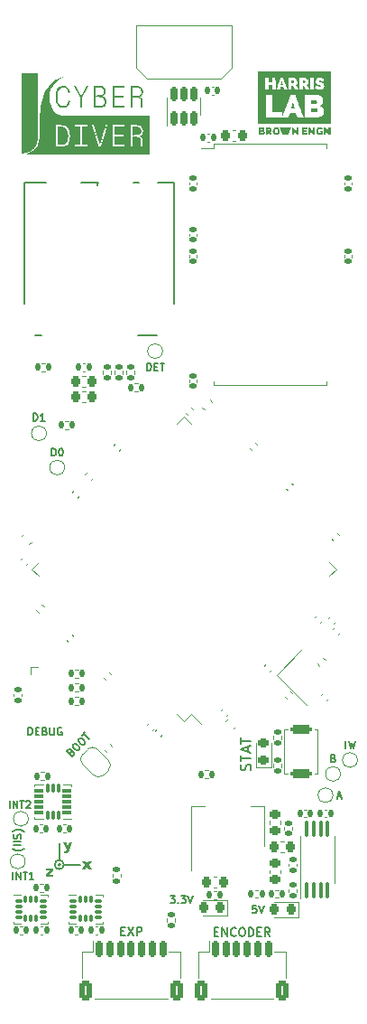
<source format=gbr>
%TF.GenerationSoftware,KiCad,Pcbnew,7.0.6*%
%TF.CreationDate,2024-05-23T09:50:57-04:00*%
%TF.ProjectId,ActiveImpactor_Control,41637469-7665-4496-9d70-6163746f725f,rev?*%
%TF.SameCoordinates,Original*%
%TF.FileFunction,Legend,Top*%
%TF.FilePolarity,Positive*%
%FSLAX46Y46*%
G04 Gerber Fmt 4.6, Leading zero omitted, Abs format (unit mm)*
G04 Created by KiCad (PCBNEW 7.0.6) date 2024-05-23 09:50:57*
%MOMM*%
%LPD*%
G01*
G04 APERTURE LIST*
G04 Aperture macros list*
%AMRoundRect*
0 Rectangle with rounded corners*
0 $1 Rounding radius*
0 $2 $3 $4 $5 $6 $7 $8 $9 X,Y pos of 4 corners*
0 Add a 4 corners polygon primitive as box body*
4,1,4,$2,$3,$4,$5,$6,$7,$8,$9,$2,$3,0*
0 Add four circle primitives for the rounded corners*
1,1,$1+$1,$2,$3*
1,1,$1+$1,$4,$5*
1,1,$1+$1,$6,$7*
1,1,$1+$1,$8,$9*
0 Add four rect primitives between the rounded corners*
20,1,$1+$1,$2,$3,$4,$5,0*
20,1,$1+$1,$4,$5,$6,$7,0*
20,1,$1+$1,$6,$7,$8,$9,0*
20,1,$1+$1,$8,$9,$2,$3,0*%
%AMRotRect*
0 Rectangle, with rotation*
0 The origin of the aperture is its center*
0 $1 length*
0 $2 width*
0 $3 Rotation angle, in degrees counterclockwise*
0 Add horizontal line*
21,1,$1,$2,0,0,$3*%
%AMOutline4P*
0 Free polygon, 4 corners , with rotation*
0 The origin of the aperture is its center*
0 number of corners: always 4*
0 $1 to $8 corner X, Y*
0 $9 Rotation angle, in degrees counterclockwise*
0 create outline with 4 corners*
4,1,4,$1,$2,$3,$4,$5,$6,$7,$8,$1,$2,$9*%
%AMFreePoly0*
4,1,19,0.499999,-0.750000,0.000000,-0.750000,0.000000,-0.744912,-0.071157,-0.744911,-0.207708,-0.704816,-0.327430,-0.627875,-0.420627,-0.520320,-0.479746,-0.390866,-0.500000,-0.250000,-0.500000,0.250000,-0.479746,0.390866,-0.420627,0.520320,-0.327430,0.627875,-0.207708,0.704816,-0.071157,0.744911,0.000000,0.744912,0.000000,0.750000,0.499999,0.750000,0.499999,-0.750000,0.499999,-0.750000,
$1*%
%AMFreePoly1*
4,1,19,0.000000,0.744912,0.071157,0.744911,0.207708,0.704816,0.327430,0.627875,0.420627,0.520320,0.479746,0.390866,0.500000,0.250000,0.500000,-0.250000,0.479746,-0.390866,0.420627,-0.520320,0.327430,-0.627875,0.207708,-0.704816,0.071157,-0.744911,0.000000,-0.744912,0.000000,-0.750000,-0.499999,-0.750000,-0.499999,0.750000,0.000000,0.750000,0.000000,0.744912,0.000000,0.744912,
$1*%
G04 Aperture macros list end*
%ADD10C,0.150000*%
%ADD11C,0.200000*%
%ADD12C,0.120000*%
%ADD13C,0.152400*%
%ADD14RoundRect,0.135000X0.135000X0.185000X-0.135000X0.185000X-0.135000X-0.185000X0.135000X-0.185000X0*%
%ADD15RoundRect,0.225000X-0.017678X0.335876X-0.335876X0.017678X0.017678X-0.335876X0.335876X-0.017678X0*%
%ADD16RoundRect,0.140000X-0.219203X-0.021213X-0.021213X-0.219203X0.219203X0.021213X0.021213X0.219203X0*%
%ADD17RoundRect,0.135000X0.185000X-0.135000X0.185000X0.135000X-0.185000X0.135000X-0.185000X-0.135000X0*%
%ADD18C,1.000000*%
%ADD19RotRect,1.400000X1.200000X315.000000*%
%ADD20RoundRect,0.135000X-0.226274X-0.035355X-0.035355X-0.226274X0.226274X0.035355X0.035355X0.226274X0*%
%ADD21RoundRect,0.140000X-0.021213X0.219203X-0.219203X0.021213X0.021213X-0.219203X0.219203X-0.021213X0*%
%ADD22RoundRect,0.140000X0.140000X0.170000X-0.140000X0.170000X-0.140000X-0.170000X0.140000X-0.170000X0*%
%ADD23RoundRect,0.140000X0.170000X-0.140000X0.170000X0.140000X-0.170000X0.140000X-0.170000X-0.140000X0*%
%ADD24FreePoly0,135.000000*%
%ADD25FreePoly1,135.000000*%
%ADD26RoundRect,0.218750X0.218750X0.256250X-0.218750X0.256250X-0.218750X-0.256250X0.218750X-0.256250X0*%
%ADD27RoundRect,0.140000X-0.140000X-0.170000X0.140000X-0.170000X0.140000X0.170000X-0.140000X0.170000X0*%
%ADD28RoundRect,0.140000X0.021213X-0.219203X0.219203X-0.021213X-0.021213X0.219203X-0.219203X0.021213X0*%
%ADD29RoundRect,0.140000X0.219203X0.021213X0.021213X0.219203X-0.219203X-0.021213X-0.021213X-0.219203X0*%
%ADD30RoundRect,0.218750X-0.218750X-0.256250X0.218750X-0.256250X0.218750X0.256250X-0.218750X0.256250X0*%
%ADD31RoundRect,0.135000X-0.135000X-0.185000X0.135000X-0.185000X0.135000X0.185000X-0.135000X0.185000X0*%
%ADD32RoundRect,0.218750X0.256250X-0.218750X0.256250X0.218750X-0.256250X0.218750X-0.256250X-0.218750X0*%
%ADD33RoundRect,0.140000X-0.170000X0.140000X-0.170000X-0.140000X0.170000X-0.140000X0.170000X0.140000X0*%
%ADD34RoundRect,0.225000X-0.250000X0.225000X-0.250000X-0.225000X0.250000X-0.225000X0.250000X0.225000X0*%
%ADD35R,1.500000X2.000000*%
%ADD36R,3.800000X2.000000*%
%ADD37RoundRect,0.075000X0.387500X0.075000X-0.387500X0.075000X-0.387500X-0.075000X0.387500X-0.075000X0*%
%ADD38RoundRect,0.075000X0.075000X0.325000X-0.075000X0.325000X-0.075000X-0.325000X0.075000X-0.325000X0*%
%ADD39RoundRect,0.225000X0.250000X-0.225000X0.250000X0.225000X-0.250000X0.225000X-0.250000X-0.225000X0*%
%ADD40RoundRect,0.135000X-0.185000X0.135000X-0.185000X-0.135000X0.185000X-0.135000X0.185000X0.135000X0*%
%ADD41RoundRect,0.147500X-0.226274X-0.017678X-0.017678X-0.226274X0.226274X0.017678X0.017678X0.226274X0*%
%ADD42RoundRect,0.135000X-0.035355X0.226274X-0.226274X0.035355X0.035355X-0.226274X0.226274X-0.035355X0*%
%ADD43C,4.750000*%
%ADD44RoundRect,0.225000X-0.225000X-0.250000X0.225000X-0.250000X0.225000X0.250000X-0.225000X0.250000X0*%
%ADD45RoundRect,0.087500X-0.225000X-0.087500X0.225000X-0.087500X0.225000X0.087500X-0.225000X0.087500X0*%
%ADD46RoundRect,0.087500X-0.087500X-0.225000X0.087500X-0.225000X0.087500X0.225000X-0.087500X0.225000X0*%
%ADD47RoundRect,0.225000X0.225000X0.250000X-0.225000X0.250000X-0.225000X-0.250000X0.225000X-0.250000X0*%
%ADD48RoundRect,0.200000X-0.800000X0.200000X-0.800000X-0.200000X0.800000X-0.200000X0.800000X0.200000X0*%
%ADD49RoundRect,0.150000X-0.150000X-0.625000X0.150000X-0.625000X0.150000X0.625000X-0.150000X0.625000X0*%
%ADD50RoundRect,0.250000X-0.350000X-0.650000X0.350000X-0.650000X0.350000X0.650000X-0.350000X0.650000X0*%
%ADD51RoundRect,0.225000X0.335876X0.017678X0.017678X0.335876X-0.335876X-0.017678X-0.017678X-0.335876X0*%
%ADD52RoundRect,0.135000X0.226274X0.035355X0.035355X0.226274X-0.226274X-0.035355X-0.035355X-0.226274X0*%
%ADD53C,0.990600*%
%ADD54C,0.787400*%
%ADD55R,0.711200X2.006600*%
%ADD56R,2.692400X1.397000*%
%ADD57R,0.990600X2.590800*%
%ADD58R,1.193800X1.193800*%
%ADD59R,1.498600X2.590800*%
%ADD60R,1.510000X0.458000*%
%ADD61RoundRect,0.150000X0.150000X-0.512500X0.150000X0.512500X-0.150000X0.512500X-0.150000X-0.512500X0*%
%ADD62Outline4P,-0.200000X-0.625000X0.200000X-0.625000X0.200000X0.625000X-0.200000X0.625000X0.000000*%
%ADD63R,0.400000X1.250000*%
%ADD64O,1.070000X1.900000*%
%ADD65C,1.300000*%
%ADD66Outline4P,-0.300000X-0.675000X0.300000X-0.675000X0.300000X0.675000X-0.300000X0.675000X0.000000*%
%ADD67RoundRect,0.100000X0.100000X-0.637500X0.100000X0.637500X-0.100000X0.637500X-0.100000X-0.637500X0*%
%ADD68RoundRect,0.075000X0.521491X-0.415425X-0.415425X0.521491X-0.521491X0.415425X0.415425X-0.521491X0*%
%ADD69RoundRect,0.075000X0.521491X0.415425X0.415425X0.521491X-0.521491X-0.415425X-0.415425X-0.521491X0*%
G04 APERTURE END LIST*
D10*
X-11275736Y-33700000D02*
G75*
G03*
X-11275736Y-33700000I-424264J0D01*
G01*
D11*
X-11600000Y-33700000D02*
G75*
G03*
X-11600000Y-33700000I-100000J0D01*
G01*
D10*
X-9700000Y-33700000D02*
X-11275736Y-33700000D01*
X-11700000Y-31700000D02*
X-11700000Y-33275736D01*
X6257200Y-24876190D02*
X6304819Y-24733333D01*
X6304819Y-24733333D02*
X6304819Y-24495238D01*
X6304819Y-24495238D02*
X6257200Y-24400000D01*
X6257200Y-24400000D02*
X6209580Y-24352381D01*
X6209580Y-24352381D02*
X6114342Y-24304762D01*
X6114342Y-24304762D02*
X6019104Y-24304762D01*
X6019104Y-24304762D02*
X5923866Y-24352381D01*
X5923866Y-24352381D02*
X5876247Y-24400000D01*
X5876247Y-24400000D02*
X5828628Y-24495238D01*
X5828628Y-24495238D02*
X5781009Y-24685714D01*
X5781009Y-24685714D02*
X5733390Y-24780952D01*
X5733390Y-24780952D02*
X5685771Y-24828571D01*
X5685771Y-24828571D02*
X5590533Y-24876190D01*
X5590533Y-24876190D02*
X5495295Y-24876190D01*
X5495295Y-24876190D02*
X5400057Y-24828571D01*
X5400057Y-24828571D02*
X5352438Y-24780952D01*
X5352438Y-24780952D02*
X5304819Y-24685714D01*
X5304819Y-24685714D02*
X5304819Y-24447619D01*
X5304819Y-24447619D02*
X5352438Y-24304762D01*
X5304819Y-24019047D02*
X5304819Y-23447619D01*
X6304819Y-23733333D02*
X5304819Y-23733333D01*
X6019104Y-23161904D02*
X6019104Y-22685714D01*
X6304819Y-23257142D02*
X5304819Y-22923809D01*
X5304819Y-22923809D02*
X6304819Y-22590476D01*
X5304819Y-22399999D02*
X5304819Y-21828571D01*
X6304819Y-22114285D02*
X5304819Y-22114285D01*
X-12416666Y4583966D02*
X-12416666Y5283966D01*
X-12416666Y5283966D02*
X-12249999Y5283966D01*
X-12249999Y5283966D02*
X-12149999Y5250633D01*
X-12149999Y5250633D02*
X-12083333Y5183966D01*
X-12083333Y5183966D02*
X-12049999Y5117300D01*
X-12049999Y5117300D02*
X-12016666Y4983966D01*
X-12016666Y4983966D02*
X-12016666Y4883966D01*
X-12016666Y4883966D02*
X-12049999Y4750633D01*
X-12049999Y4750633D02*
X-12083333Y4683966D01*
X-12083333Y4683966D02*
X-12149999Y4617300D01*
X-12149999Y4617300D02*
X-12249999Y4583966D01*
X-12249999Y4583966D02*
X-12416666Y4583966D01*
X-11583333Y5283966D02*
X-11516666Y5283966D01*
X-11516666Y5283966D02*
X-11449999Y5250633D01*
X-11449999Y5250633D02*
X-11416666Y5217300D01*
X-11416666Y5217300D02*
X-11383333Y5150633D01*
X-11383333Y5150633D02*
X-11349999Y5017300D01*
X-11349999Y5017300D02*
X-11349999Y4850633D01*
X-11349999Y4850633D02*
X-11383333Y4717300D01*
X-11383333Y4717300D02*
X-11416666Y4650633D01*
X-11416666Y4650633D02*
X-11449999Y4617300D01*
X-11449999Y4617300D02*
X-11516666Y4583966D01*
X-11516666Y4583966D02*
X-11583333Y4583966D01*
X-11583333Y4583966D02*
X-11649999Y4617300D01*
X-11649999Y4617300D02*
X-11683333Y4650633D01*
X-11683333Y4650633D02*
X-11716666Y4717300D01*
X-11716666Y4717300D02*
X-11749999Y4850633D01*
X-11749999Y4850633D02*
X-11749999Y5017300D01*
X-11749999Y5017300D02*
X-11716666Y5150633D01*
X-11716666Y5150633D02*
X-11683333Y5217300D01*
X-11683333Y5217300D02*
X-11649999Y5250633D01*
X-11649999Y5250633D02*
X-11583333Y5283966D01*
X6816667Y-37516033D02*
X6483333Y-37516033D01*
X6483333Y-37516033D02*
X6450000Y-37849366D01*
X6450000Y-37849366D02*
X6483333Y-37816033D01*
X6483333Y-37816033D02*
X6550000Y-37782700D01*
X6550000Y-37782700D02*
X6716667Y-37782700D01*
X6716667Y-37782700D02*
X6783333Y-37816033D01*
X6783333Y-37816033D02*
X6816667Y-37849366D01*
X6816667Y-37849366D02*
X6850000Y-37916033D01*
X6850000Y-37916033D02*
X6850000Y-38082700D01*
X6850000Y-38082700D02*
X6816667Y-38149366D01*
X6816667Y-38149366D02*
X6783333Y-38182700D01*
X6783333Y-38182700D02*
X6716667Y-38216033D01*
X6716667Y-38216033D02*
X6550000Y-38216033D01*
X6550000Y-38216033D02*
X6483333Y-38182700D01*
X6483333Y-38182700D02*
X6450000Y-38149366D01*
X7050000Y-37516033D02*
X7283334Y-38216033D01*
X7283334Y-38216033D02*
X7516667Y-37516033D01*
G36*
X-9545253Y-33380317D02*
G01*
X-9213327Y-33380317D01*
X-9097312Y-33584993D01*
X-8962734Y-33380317D01*
X-8654255Y-33380317D01*
X-8902895Y-33730317D01*
X-8636426Y-34115000D01*
X-8962734Y-34115000D01*
X-9097312Y-33878328D01*
X-9256070Y-34115000D01*
X-9558931Y-34115000D01*
X-9293683Y-33730317D01*
X-9545253Y-33380317D01*
G37*
X15200000Y-22816033D02*
X15200000Y-22116033D01*
X15466667Y-22116033D02*
X15633333Y-22816033D01*
X15633333Y-22816033D02*
X15766667Y-22316033D01*
X15766667Y-22316033D02*
X15900000Y-22816033D01*
X15900000Y-22816033D02*
X16066667Y-22116033D01*
X-5902380Y-39943247D02*
X-5635714Y-39943247D01*
X-5521428Y-40362295D02*
X-5902380Y-40362295D01*
X-5902380Y-40362295D02*
X-5902380Y-39562295D01*
X-5902380Y-39562295D02*
X-5521428Y-39562295D01*
X-5254761Y-39562295D02*
X-4721427Y-40362295D01*
X-4721427Y-39562295D02*
X-5254761Y-40362295D01*
X-4416665Y-40362295D02*
X-4416665Y-39562295D01*
X-4416665Y-39562295D02*
X-4111903Y-39562295D01*
X-4111903Y-39562295D02*
X-4035713Y-39600390D01*
X-4035713Y-39600390D02*
X-3997618Y-39638485D01*
X-3997618Y-39638485D02*
X-3959522Y-39714676D01*
X-3959522Y-39714676D02*
X-3959522Y-39828961D01*
X-3959522Y-39828961D02*
X-3997618Y-39905152D01*
X-3997618Y-39905152D02*
X-4035713Y-39943247D01*
X-4035713Y-39943247D02*
X-4111903Y-39981342D01*
X-4111903Y-39981342D02*
X-4416665Y-39981342D01*
G36*
X-12936322Y-34080317D02*
G01*
X-12259769Y-34080317D01*
X-12259769Y-34240785D01*
X-12628087Y-34627421D01*
X-12237055Y-34627421D01*
X-12237055Y-34815000D01*
X-12963921Y-34815000D01*
X-12963921Y-34636946D01*
X-12614898Y-34267896D01*
X-12936322Y-34267896D01*
X-12936322Y-34080317D01*
G37*
X-3466666Y12583966D02*
X-3466666Y13283966D01*
X-3466666Y13283966D02*
X-3299999Y13283966D01*
X-3299999Y13283966D02*
X-3199999Y13250633D01*
X-3199999Y13250633D02*
X-3133333Y13183966D01*
X-3133333Y13183966D02*
X-3099999Y13117300D01*
X-3099999Y13117300D02*
X-3066666Y12983966D01*
X-3066666Y12983966D02*
X-3066666Y12883966D01*
X-3066666Y12883966D02*
X-3099999Y12750633D01*
X-3099999Y12750633D02*
X-3133333Y12683966D01*
X-3133333Y12683966D02*
X-3199999Y12617300D01*
X-3199999Y12617300D02*
X-3299999Y12583966D01*
X-3299999Y12583966D02*
X-3466666Y12583966D01*
X-2766666Y12950633D02*
X-2533333Y12950633D01*
X-2433333Y12583966D02*
X-2766666Y12583966D01*
X-2766666Y12583966D02*
X-2766666Y13283966D01*
X-2766666Y13283966D02*
X-2433333Y13283966D01*
X-2233333Y13283966D02*
X-1833333Y13283966D01*
X-2033333Y12583966D02*
X-2033333Y13283966D01*
X-1283333Y-36616033D02*
X-849999Y-36616033D01*
X-849999Y-36616033D02*
X-1083333Y-36882700D01*
X-1083333Y-36882700D02*
X-983333Y-36882700D01*
X-983333Y-36882700D02*
X-916666Y-36916033D01*
X-916666Y-36916033D02*
X-883333Y-36949366D01*
X-883333Y-36949366D02*
X-849999Y-37016033D01*
X-849999Y-37016033D02*
X-849999Y-37182700D01*
X-849999Y-37182700D02*
X-883333Y-37249366D01*
X-883333Y-37249366D02*
X-916666Y-37282700D01*
X-916666Y-37282700D02*
X-983333Y-37316033D01*
X-983333Y-37316033D02*
X-1183333Y-37316033D01*
X-1183333Y-37316033D02*
X-1249999Y-37282700D01*
X-1249999Y-37282700D02*
X-1283333Y-37249366D01*
X-549999Y-37249366D02*
X-516666Y-37282700D01*
X-516666Y-37282700D02*
X-549999Y-37316033D01*
X-549999Y-37316033D02*
X-583332Y-37282700D01*
X-583332Y-37282700D02*
X-549999Y-37249366D01*
X-549999Y-37249366D02*
X-549999Y-37316033D01*
X-283333Y-36616033D02*
X150000Y-36616033D01*
X150000Y-36616033D02*
X-83333Y-36882700D01*
X-83333Y-36882700D02*
X16667Y-36882700D01*
X16667Y-36882700D02*
X83333Y-36916033D01*
X83333Y-36916033D02*
X116666Y-36949366D01*
X116666Y-36949366D02*
X150000Y-37016033D01*
X150000Y-37016033D02*
X150000Y-37182700D01*
X150000Y-37182700D02*
X116666Y-37249366D01*
X116666Y-37249366D02*
X83333Y-37282700D01*
X83333Y-37282700D02*
X16667Y-37316033D01*
X16667Y-37316033D02*
X-183333Y-37316033D01*
X-183333Y-37316033D02*
X-249999Y-37282700D01*
X-249999Y-37282700D02*
X-283333Y-37249366D01*
X350000Y-36616033D02*
X583334Y-37316033D01*
X583334Y-37316033D02*
X816667Y-36616033D01*
X-14116666Y7883966D02*
X-14116666Y8583966D01*
X-14116666Y8583966D02*
X-13949999Y8583966D01*
X-13949999Y8583966D02*
X-13849999Y8550633D01*
X-13849999Y8550633D02*
X-13783333Y8483966D01*
X-13783333Y8483966D02*
X-13749999Y8417300D01*
X-13749999Y8417300D02*
X-13716666Y8283966D01*
X-13716666Y8283966D02*
X-13716666Y8183966D01*
X-13716666Y8183966D02*
X-13749999Y8050633D01*
X-13749999Y8050633D02*
X-13783333Y7983966D01*
X-13783333Y7983966D02*
X-13849999Y7917300D01*
X-13849999Y7917300D02*
X-13949999Y7883966D01*
X-13949999Y7883966D02*
X-14116666Y7883966D01*
X-13049999Y7883966D02*
X-13449999Y7883966D01*
X-13249999Y7883966D02*
X-13249999Y8583966D01*
X-13249999Y8583966D02*
X-13316666Y8483966D01*
X-13316666Y8483966D02*
X-13383333Y8417300D01*
X-13383333Y8417300D02*
X-13449999Y8383966D01*
X2878571Y-39993247D02*
X3145237Y-39993247D01*
X3259523Y-40412295D02*
X2878571Y-40412295D01*
X2878571Y-40412295D02*
X2878571Y-39612295D01*
X2878571Y-39612295D02*
X3259523Y-39612295D01*
X3602381Y-40412295D02*
X3602381Y-39612295D01*
X3602381Y-39612295D02*
X4059524Y-40412295D01*
X4059524Y-40412295D02*
X4059524Y-39612295D01*
X4897619Y-40336104D02*
X4859523Y-40374200D01*
X4859523Y-40374200D02*
X4745238Y-40412295D01*
X4745238Y-40412295D02*
X4669047Y-40412295D01*
X4669047Y-40412295D02*
X4554761Y-40374200D01*
X4554761Y-40374200D02*
X4478571Y-40298009D01*
X4478571Y-40298009D02*
X4440476Y-40221819D01*
X4440476Y-40221819D02*
X4402380Y-40069438D01*
X4402380Y-40069438D02*
X4402380Y-39955152D01*
X4402380Y-39955152D02*
X4440476Y-39802771D01*
X4440476Y-39802771D02*
X4478571Y-39726580D01*
X4478571Y-39726580D02*
X4554761Y-39650390D01*
X4554761Y-39650390D02*
X4669047Y-39612295D01*
X4669047Y-39612295D02*
X4745238Y-39612295D01*
X4745238Y-39612295D02*
X4859523Y-39650390D01*
X4859523Y-39650390D02*
X4897619Y-39688485D01*
X5392857Y-39612295D02*
X5545238Y-39612295D01*
X5545238Y-39612295D02*
X5621428Y-39650390D01*
X5621428Y-39650390D02*
X5697619Y-39726580D01*
X5697619Y-39726580D02*
X5735714Y-39878961D01*
X5735714Y-39878961D02*
X5735714Y-40145628D01*
X5735714Y-40145628D02*
X5697619Y-40298009D01*
X5697619Y-40298009D02*
X5621428Y-40374200D01*
X5621428Y-40374200D02*
X5545238Y-40412295D01*
X5545238Y-40412295D02*
X5392857Y-40412295D01*
X5392857Y-40412295D02*
X5316666Y-40374200D01*
X5316666Y-40374200D02*
X5240476Y-40298009D01*
X5240476Y-40298009D02*
X5202380Y-40145628D01*
X5202380Y-40145628D02*
X5202380Y-39878961D01*
X5202380Y-39878961D02*
X5240476Y-39726580D01*
X5240476Y-39726580D02*
X5316666Y-39650390D01*
X5316666Y-39650390D02*
X5392857Y-39612295D01*
X6078571Y-40412295D02*
X6078571Y-39612295D01*
X6078571Y-39612295D02*
X6269047Y-39612295D01*
X6269047Y-39612295D02*
X6383333Y-39650390D01*
X6383333Y-39650390D02*
X6459523Y-39726580D01*
X6459523Y-39726580D02*
X6497618Y-39802771D01*
X6497618Y-39802771D02*
X6535714Y-39955152D01*
X6535714Y-39955152D02*
X6535714Y-40069438D01*
X6535714Y-40069438D02*
X6497618Y-40221819D01*
X6497618Y-40221819D02*
X6459523Y-40298009D01*
X6459523Y-40298009D02*
X6383333Y-40374200D01*
X6383333Y-40374200D02*
X6269047Y-40412295D01*
X6269047Y-40412295D02*
X6078571Y-40412295D01*
X6878571Y-39993247D02*
X7145237Y-39993247D01*
X7259523Y-40412295D02*
X6878571Y-40412295D01*
X6878571Y-40412295D02*
X6878571Y-39612295D01*
X6878571Y-39612295D02*
X7259523Y-39612295D01*
X8059524Y-40412295D02*
X7792857Y-40031342D01*
X7602381Y-40412295D02*
X7602381Y-39612295D01*
X7602381Y-39612295D02*
X7907143Y-39612295D01*
X7907143Y-39612295D02*
X7983333Y-39650390D01*
X7983333Y-39650390D02*
X8021428Y-39688485D01*
X8021428Y-39688485D02*
X8059524Y-39764676D01*
X8059524Y-39764676D02*
X8059524Y-39878961D01*
X8059524Y-39878961D02*
X8021428Y-39955152D01*
X8021428Y-39955152D02*
X7983333Y-39993247D01*
X7983333Y-39993247D02*
X7907143Y-40031342D01*
X7907143Y-40031342D02*
X7602381Y-40031342D01*
X-16366666Y-28416033D02*
X-16366666Y-27716033D01*
X-16033333Y-28416033D02*
X-16033333Y-27716033D01*
X-16033333Y-27716033D02*
X-15633333Y-28416033D01*
X-15633333Y-28416033D02*
X-15633333Y-27716033D01*
X-15400000Y-27716033D02*
X-15000000Y-27716033D01*
X-15200000Y-28416033D02*
X-15200000Y-27716033D01*
X-14800000Y-27782700D02*
X-14766667Y-27749366D01*
X-14766667Y-27749366D02*
X-14700000Y-27716033D01*
X-14700000Y-27716033D02*
X-14533334Y-27716033D01*
X-14533334Y-27716033D02*
X-14466667Y-27749366D01*
X-14466667Y-27749366D02*
X-14433334Y-27782700D01*
X-14433334Y-27782700D02*
X-14400000Y-27849366D01*
X-14400000Y-27849366D02*
X-14400000Y-27916033D01*
X-14400000Y-27916033D02*
X-14433334Y-28016033D01*
X-14433334Y-28016033D02*
X-14833334Y-28416033D01*
X-14833334Y-28416033D02*
X-14400000Y-28416033D01*
X14050000Y-23749366D02*
X14150000Y-23782700D01*
X14150000Y-23782700D02*
X14183333Y-23816033D01*
X14183333Y-23816033D02*
X14216666Y-23882700D01*
X14216666Y-23882700D02*
X14216666Y-23982700D01*
X14216666Y-23982700D02*
X14183333Y-24049366D01*
X14183333Y-24049366D02*
X14150000Y-24082700D01*
X14150000Y-24082700D02*
X14083333Y-24116033D01*
X14083333Y-24116033D02*
X13816666Y-24116033D01*
X13816666Y-24116033D02*
X13816666Y-23416033D01*
X13816666Y-23416033D02*
X14050000Y-23416033D01*
X14050000Y-23416033D02*
X14116666Y-23449366D01*
X14116666Y-23449366D02*
X14150000Y-23482700D01*
X14150000Y-23482700D02*
X14183333Y-23549366D01*
X14183333Y-23549366D02*
X14183333Y-23616033D01*
X14183333Y-23616033D02*
X14150000Y-23682700D01*
X14150000Y-23682700D02*
X14116666Y-23716033D01*
X14116666Y-23716033D02*
X14050000Y-23749366D01*
X14050000Y-23749366D02*
X13816666Y-23749366D01*
X14433333Y-27316033D02*
X14766666Y-27316033D01*
X14366666Y-27516033D02*
X14600000Y-26816033D01*
X14600000Y-26816033D02*
X14833333Y-27516033D01*
X-10607553Y-23135947D02*
X-10513273Y-23088807D01*
X-10513273Y-23088807D02*
X-10466132Y-23088807D01*
X-10466132Y-23088807D02*
X-10395421Y-23112377D01*
X-10395421Y-23112377D02*
X-10324711Y-23183088D01*
X-10324711Y-23183088D02*
X-10301140Y-23253798D01*
X-10301140Y-23253798D02*
X-10301140Y-23300939D01*
X-10301140Y-23300939D02*
X-10324711Y-23371649D01*
X-10324711Y-23371649D02*
X-10513273Y-23560211D01*
X-10513273Y-23560211D02*
X-11008247Y-23065236D01*
X-11008247Y-23065236D02*
X-10843256Y-22900245D01*
X-10843256Y-22900245D02*
X-10772545Y-22876675D01*
X-10772545Y-22876675D02*
X-10725405Y-22876675D01*
X-10725405Y-22876675D02*
X-10654694Y-22900245D01*
X-10654694Y-22900245D02*
X-10607553Y-22947385D01*
X-10607553Y-22947385D02*
X-10583983Y-23018096D01*
X-10583983Y-23018096D02*
X-10583983Y-23065236D01*
X-10583983Y-23065236D02*
X-10607553Y-23135947D01*
X-10607553Y-23135947D02*
X-10772545Y-23300939D01*
X-10418992Y-22475981D02*
X-10324711Y-22381700D01*
X-10324711Y-22381700D02*
X-10254000Y-22358130D01*
X-10254000Y-22358130D02*
X-10159719Y-22358130D01*
X-10159719Y-22358130D02*
X-10041868Y-22428840D01*
X-10041868Y-22428840D02*
X-9876876Y-22593832D01*
X-9876876Y-22593832D02*
X-9806166Y-22711683D01*
X-9806166Y-22711683D02*
X-9806166Y-22805964D01*
X-9806166Y-22805964D02*
X-9829736Y-22876675D01*
X-9829736Y-22876675D02*
X-9924017Y-22970955D01*
X-9924017Y-22970955D02*
X-9994728Y-22994526D01*
X-9994728Y-22994526D02*
X-10089008Y-22994526D01*
X-10089008Y-22994526D02*
X-10206860Y-22923815D01*
X-10206860Y-22923815D02*
X-10371851Y-22758823D01*
X-10371851Y-22758823D02*
X-10442562Y-22640972D01*
X-10442562Y-22640972D02*
X-10442562Y-22546691D01*
X-10442562Y-22546691D02*
X-10418992Y-22475981D01*
X-9900447Y-21957436D02*
X-9806166Y-21863155D01*
X-9806166Y-21863155D02*
X-9735455Y-21839585D01*
X-9735455Y-21839585D02*
X-9641174Y-21839585D01*
X-9641174Y-21839585D02*
X-9523323Y-21910296D01*
X-9523323Y-21910296D02*
X-9358332Y-22075287D01*
X-9358332Y-22075287D02*
X-9287621Y-22193138D01*
X-9287621Y-22193138D02*
X-9287621Y-22287419D01*
X-9287621Y-22287419D02*
X-9311191Y-22358130D01*
X-9311191Y-22358130D02*
X-9405472Y-22452411D01*
X-9405472Y-22452411D02*
X-9476183Y-22475981D01*
X-9476183Y-22475981D02*
X-9570464Y-22475981D01*
X-9570464Y-22475981D02*
X-9688315Y-22405270D01*
X-9688315Y-22405270D02*
X-9853306Y-22240279D01*
X-9853306Y-22240279D02*
X-9924017Y-22122428D01*
X-9924017Y-22122428D02*
X-9924017Y-22028147D01*
X-9924017Y-22028147D02*
X-9900447Y-21957436D01*
X-9546894Y-21603883D02*
X-9264051Y-21321040D01*
X-8910498Y-21957436D02*
X-9405472Y-21462461D01*
X-16066666Y-35116033D02*
X-16066666Y-34416033D01*
X-15733333Y-35116033D02*
X-15733333Y-34416033D01*
X-15733333Y-34416033D02*
X-15333333Y-35116033D01*
X-15333333Y-35116033D02*
X-15333333Y-34416033D01*
X-15100000Y-34416033D02*
X-14700000Y-34416033D01*
X-14900000Y-35116033D02*
X-14900000Y-34416033D01*
X-14100000Y-35116033D02*
X-14500000Y-35116033D01*
X-14300000Y-35116033D02*
X-14300000Y-34416033D01*
X-14300000Y-34416033D02*
X-14366667Y-34516033D01*
X-14366667Y-34516033D02*
X-14433334Y-34582700D01*
X-14433334Y-34582700D02*
X-14500000Y-34616033D01*
G36*
X-11324004Y-31580317D02*
G01*
X-11028714Y-31580317D01*
X-10878261Y-32069535D01*
X-10738798Y-31580317D01*
X-10463292Y-31580317D01*
X-10752476Y-32365314D01*
X-10758680Y-32381675D01*
X-10764898Y-32397359D01*
X-10771129Y-32412366D01*
X-10777373Y-32426695D01*
X-10783631Y-32440347D01*
X-10789902Y-32453321D01*
X-10796187Y-32465618D01*
X-10802485Y-32477238D01*
X-10808796Y-32488180D01*
X-10815120Y-32498445D01*
X-10821458Y-32508032D01*
X-10827809Y-32516943D01*
X-10834174Y-32525175D01*
X-10840552Y-32532731D01*
X-10850144Y-32542793D01*
X-10853348Y-32545809D01*
X-10862773Y-32553824D01*
X-10872792Y-32561322D01*
X-10883404Y-32568303D01*
X-10894610Y-32574767D01*
X-10906409Y-32580714D01*
X-10918801Y-32586143D01*
X-10931787Y-32591056D01*
X-10945367Y-32595451D01*
X-10959539Y-32599330D01*
X-10974306Y-32602691D01*
X-10989665Y-32605535D01*
X-11005618Y-32607862D01*
X-11022165Y-32609672D01*
X-11039305Y-32610965D01*
X-11057038Y-32611740D01*
X-11075365Y-32611999D01*
X-11087258Y-32611857D01*
X-11100315Y-32611432D01*
X-11114535Y-32610724D01*
X-11124662Y-32610094D01*
X-11135305Y-32609338D01*
X-11146466Y-32608457D01*
X-11158144Y-32607449D01*
X-11170339Y-32606316D01*
X-11183051Y-32605056D01*
X-11196280Y-32603671D01*
X-11210026Y-32602160D01*
X-11224290Y-32600523D01*
X-11239070Y-32598760D01*
X-11254368Y-32596871D01*
X-11262211Y-32595879D01*
X-11284193Y-32404148D01*
X-11272759Y-32407771D01*
X-11261080Y-32411038D01*
X-11249157Y-32413948D01*
X-11236989Y-32416501D01*
X-11224576Y-32418699D01*
X-11211919Y-32420540D01*
X-11199016Y-32422025D01*
X-11185870Y-32423153D01*
X-11172478Y-32423925D01*
X-11158842Y-32424341D01*
X-11149615Y-32424420D01*
X-11137517Y-32424062D01*
X-11126015Y-32422985D01*
X-11115108Y-32421192D01*
X-11104796Y-32418681D01*
X-11095080Y-32415452D01*
X-11085959Y-32411506D01*
X-11075395Y-32405564D01*
X-11069503Y-32401461D01*
X-11062015Y-32395153D01*
X-11054818Y-32387708D01*
X-11047910Y-32379125D01*
X-11041293Y-32369405D01*
X-11034966Y-32358547D01*
X-11030410Y-32349658D01*
X-11026018Y-32340129D01*
X-11021789Y-32329960D01*
X-11017724Y-32319152D01*
X-11324004Y-31580317D01*
G37*
X-15017300Y-32166666D02*
X-15050633Y-32199999D01*
X-15050633Y-32199999D02*
X-15150633Y-32266666D01*
X-15150633Y-32266666D02*
X-15217300Y-32299999D01*
X-15217300Y-32299999D02*
X-15317300Y-32333333D01*
X-15317300Y-32333333D02*
X-15483966Y-32366666D01*
X-15483966Y-32366666D02*
X-15617300Y-32366666D01*
X-15617300Y-32366666D02*
X-15783966Y-32333333D01*
X-15783966Y-32333333D02*
X-15883966Y-32299999D01*
X-15883966Y-32299999D02*
X-15950633Y-32266666D01*
X-15950633Y-32266666D02*
X-16050633Y-32199999D01*
X-16050633Y-32199999D02*
X-16083966Y-32166666D01*
X-15283966Y-31899999D02*
X-15983966Y-31899999D01*
X-15283966Y-31566666D02*
X-15983966Y-31566666D01*
X-15317300Y-31266666D02*
X-15283966Y-31166666D01*
X-15283966Y-31166666D02*
X-15283966Y-31000000D01*
X-15283966Y-31000000D02*
X-15317300Y-30933333D01*
X-15317300Y-30933333D02*
X-15350633Y-30900000D01*
X-15350633Y-30900000D02*
X-15417300Y-30866666D01*
X-15417300Y-30866666D02*
X-15483966Y-30866666D01*
X-15483966Y-30866666D02*
X-15550633Y-30900000D01*
X-15550633Y-30900000D02*
X-15583966Y-30933333D01*
X-15583966Y-30933333D02*
X-15617300Y-31000000D01*
X-15617300Y-31000000D02*
X-15650633Y-31133333D01*
X-15650633Y-31133333D02*
X-15683966Y-31200000D01*
X-15683966Y-31200000D02*
X-15717300Y-31233333D01*
X-15717300Y-31233333D02*
X-15783966Y-31266666D01*
X-15783966Y-31266666D02*
X-15850633Y-31266666D01*
X-15850633Y-31266666D02*
X-15917300Y-31233333D01*
X-15917300Y-31233333D02*
X-15950633Y-31200000D01*
X-15950633Y-31200000D02*
X-15983966Y-31133333D01*
X-15983966Y-31133333D02*
X-15983966Y-30966666D01*
X-15983966Y-30966666D02*
X-15950633Y-30866666D01*
X-15017300Y-30633333D02*
X-15050633Y-30599999D01*
X-15050633Y-30599999D02*
X-15150633Y-30533333D01*
X-15150633Y-30533333D02*
X-15217300Y-30499999D01*
X-15217300Y-30499999D02*
X-15317300Y-30466666D01*
X-15317300Y-30466666D02*
X-15483966Y-30433333D01*
X-15483966Y-30433333D02*
X-15617300Y-30433333D01*
X-15617300Y-30433333D02*
X-15783966Y-30466666D01*
X-15783966Y-30466666D02*
X-15883966Y-30499999D01*
X-15883966Y-30499999D02*
X-15950633Y-30533333D01*
X-15950633Y-30533333D02*
X-16050633Y-30599999D01*
X-16050633Y-30599999D02*
X-16083966Y-30633333D01*
X-14616666Y-21566033D02*
X-14616666Y-20866033D01*
X-14616666Y-20866033D02*
X-14449999Y-20866033D01*
X-14449999Y-20866033D02*
X-14349999Y-20899366D01*
X-14349999Y-20899366D02*
X-14283333Y-20966033D01*
X-14283333Y-20966033D02*
X-14249999Y-21032700D01*
X-14249999Y-21032700D02*
X-14216666Y-21166033D01*
X-14216666Y-21166033D02*
X-14216666Y-21266033D01*
X-14216666Y-21266033D02*
X-14249999Y-21399366D01*
X-14249999Y-21399366D02*
X-14283333Y-21466033D01*
X-14283333Y-21466033D02*
X-14349999Y-21532700D01*
X-14349999Y-21532700D02*
X-14449999Y-21566033D01*
X-14449999Y-21566033D02*
X-14616666Y-21566033D01*
X-13916666Y-21199366D02*
X-13683333Y-21199366D01*
X-13583333Y-21566033D02*
X-13916666Y-21566033D01*
X-13916666Y-21566033D02*
X-13916666Y-20866033D01*
X-13916666Y-20866033D02*
X-13583333Y-20866033D01*
X-13050000Y-21199366D02*
X-12950000Y-21232700D01*
X-12950000Y-21232700D02*
X-12916666Y-21266033D01*
X-12916666Y-21266033D02*
X-12883333Y-21332700D01*
X-12883333Y-21332700D02*
X-12883333Y-21432700D01*
X-12883333Y-21432700D02*
X-12916666Y-21499366D01*
X-12916666Y-21499366D02*
X-12950000Y-21532700D01*
X-12950000Y-21532700D02*
X-13016666Y-21566033D01*
X-13016666Y-21566033D02*
X-13283333Y-21566033D01*
X-13283333Y-21566033D02*
X-13283333Y-20866033D01*
X-13283333Y-20866033D02*
X-13050000Y-20866033D01*
X-13050000Y-20866033D02*
X-12983333Y-20899366D01*
X-12983333Y-20899366D02*
X-12950000Y-20932700D01*
X-12950000Y-20932700D02*
X-12916666Y-20999366D01*
X-12916666Y-20999366D02*
X-12916666Y-21066033D01*
X-12916666Y-21066033D02*
X-12950000Y-21132700D01*
X-12950000Y-21132700D02*
X-12983333Y-21166033D01*
X-12983333Y-21166033D02*
X-13050000Y-21199366D01*
X-13050000Y-21199366D02*
X-13283333Y-21199366D01*
X-12583333Y-20866033D02*
X-12583333Y-21432700D01*
X-12583333Y-21432700D02*
X-12550000Y-21499366D01*
X-12550000Y-21499366D02*
X-12516666Y-21532700D01*
X-12516666Y-21532700D02*
X-12450000Y-21566033D01*
X-12450000Y-21566033D02*
X-12316666Y-21566033D01*
X-12316666Y-21566033D02*
X-12250000Y-21532700D01*
X-12250000Y-21532700D02*
X-12216666Y-21499366D01*
X-12216666Y-21499366D02*
X-12183333Y-21432700D01*
X-12183333Y-21432700D02*
X-12183333Y-20866033D01*
X-11483333Y-20899366D02*
X-11550000Y-20866033D01*
X-11550000Y-20866033D02*
X-11650000Y-20866033D01*
X-11650000Y-20866033D02*
X-11750000Y-20899366D01*
X-11750000Y-20899366D02*
X-11816667Y-20966033D01*
X-11816667Y-20966033D02*
X-11850000Y-21032700D01*
X-11850000Y-21032700D02*
X-11883333Y-21166033D01*
X-11883333Y-21166033D02*
X-11883333Y-21266033D01*
X-11883333Y-21266033D02*
X-11850000Y-21399366D01*
X-11850000Y-21399366D02*
X-11816667Y-21466033D01*
X-11816667Y-21466033D02*
X-11750000Y-21532700D01*
X-11750000Y-21532700D02*
X-11650000Y-21566033D01*
X-11650000Y-21566033D02*
X-11583333Y-21566033D01*
X-11583333Y-21566033D02*
X-11483333Y-21532700D01*
X-11483333Y-21532700D02*
X-11450000Y-21499366D01*
X-11450000Y-21499366D02*
X-11450000Y-21266033D01*
X-11450000Y-21266033D02*
X-11583333Y-21266033D01*
D12*
%TO.C,R206*%
X-9936359Y-16180000D02*
X-10243641Y-16180000D01*
X-9936359Y-15420000D02*
X-10243641Y-15420000D01*
%TO.C,C201*%
X4860030Y-20761219D02*
X4661219Y-20960030D01*
X4138781Y-20039970D02*
X3939970Y-20238781D01*
%TO.C,C203*%
X9978307Y-17469190D02*
X10130810Y-17621693D01*
X9469190Y-17978307D02*
X9621693Y-18130810D01*
%TO.C,R501*%
X-7580000Y12246359D02*
X-7580000Y12553641D01*
X-6820000Y12246359D02*
X-6820000Y12553641D01*
%TO.C,TP712*%
X-14600000Y-29400000D02*
G75*
G03*
X-14600000Y-29400000I-700000J0D01*
G01*
%TO.C,R505*%
X-10846359Y7120000D02*
X-11153641Y7120000D01*
X-10846359Y7880000D02*
X-11153641Y7880000D01*
%TO.C,R504*%
X-5380000Y12246359D02*
X-5380000Y12553641D01*
X-4620000Y12246359D02*
X-4620000Y12553641D01*
%TO.C,Y201*%
X11052513Y-13619060D02*
X8719060Y-15952513D01*
X8719060Y-15952513D02*
X11547487Y-18780940D01*
%TO.C,R202*%
X13060060Y-14322659D02*
X13277341Y-14539940D01*
X12522659Y-14860060D02*
X12739940Y-15077341D01*
%TO.C,C218*%
X14630810Y-11978307D02*
X14478307Y-12130810D01*
X14121693Y-11469190D02*
X13969190Y-11621693D01*
%TO.C,C404*%
X2407836Y34040000D02*
X2192164Y34040000D01*
X2407836Y34760000D02*
X2192164Y34760000D01*
%TO.C,C103*%
X9440000Y-30407836D02*
X9440000Y-30192164D01*
X10160000Y-30407836D02*
X10160000Y-30192164D01*
%TO.C,C701*%
X-13292164Y-30660000D02*
X-13507836Y-30660000D01*
X-13292164Y-29940000D02*
X-13507836Y-29940000D01*
%TO.C,JP201*%
X-7097918Y-24877817D02*
X-7522183Y-25302082D01*
X-8512132Y-25302082D02*
X-9502082Y-24312132D01*
X-8087868Y-22897918D02*
X-7097918Y-23887868D01*
X-9502082Y-23322183D02*
X-9077817Y-22897918D01*
X-8512131Y-25302081D02*
G75*
G03*
X-7522184Y-25302081I494974J494973D01*
G01*
X-7097918Y-24877817D02*
G75*
G03*
X-7097918Y-23887868I-494974J494974D01*
G01*
X-9502082Y-23322183D02*
G75*
G03*
X-9502082Y-24312132I494975J-494974D01*
G01*
X-8087869Y-22897919D02*
G75*
G03*
X-9077817Y-22897918I-494974J-494974D01*
G01*
%TO.C,C408*%
X490000Y23192164D02*
X490000Y23407836D01*
X1210000Y23192164D02*
X1210000Y23407836D01*
%TO.C,C706*%
X-13254664Y-40210000D02*
X-13470336Y-40210000D01*
X-13254664Y-39490000D02*
X-13470336Y-39490000D01*
%TO.C,C216*%
X8180810Y-15478307D02*
X8028307Y-15630810D01*
X7671693Y-14969190D02*
X7519190Y-15121693D01*
%TO.C,D102*%
X4110000Y-38472500D02*
X4110000Y-37002500D01*
X4110000Y-37002500D02*
X1825000Y-37002500D01*
X1825000Y-38472500D02*
X4110000Y-38472500D01*
%TO.C,C705*%
X-15370336Y-39490000D02*
X-15154664Y-39490000D01*
X-15370336Y-40210000D02*
X-15154664Y-40210000D01*
%TO.C,C702*%
X-11092164Y-30660000D02*
X-11307836Y-30660000D01*
X-11092164Y-29940000D02*
X-11307836Y-29940000D01*
%TO.C,C211*%
X12269190Y-10521693D02*
X12421693Y-10369190D01*
X12778307Y-11030810D02*
X12930810Y-10878307D01*
%TO.C,C209*%
X-10878307Y-12830810D02*
X-11030810Y-12678307D01*
X-10369190Y-12321693D02*
X-10521693Y-12169190D01*
%TO.C,G\u002A\u002A\u002A*%
G36*
X-5587390Y39176001D02*
G01*
X-5587390Y39095307D01*
X-6040518Y39095307D01*
X-6493646Y39095307D01*
X-6493646Y38722873D01*
X-6493646Y38350439D01*
X-6083969Y38350439D01*
X-5674291Y38350439D01*
X-5674291Y38269745D01*
X-5674291Y38189051D01*
X-6083969Y38189051D01*
X-6493646Y38189051D01*
X-6493646Y37791788D01*
X-6493646Y37394525D01*
X-6034311Y37394525D01*
X-5574975Y37394525D01*
X-5574975Y37313831D01*
X-5574975Y37233137D01*
X-6121212Y37233137D01*
X-6667448Y37233137D01*
X-6667448Y38244916D01*
X-6667448Y39256696D01*
X-6127419Y39256696D01*
X-5587390Y39256696D01*
X-5587390Y39176001D01*
G37*
G36*
X-4467518Y35419914D02*
G01*
X-4385765Y35417360D01*
X-4320698Y35412332D01*
X-4268260Y35404201D01*
X-4224396Y35392335D01*
X-4185049Y35376105D01*
X-4146161Y35354879D01*
X-4145861Y35354699D01*
X-4084151Y35305384D01*
X-4039890Y35241037D01*
X-4012225Y35160003D01*
X-4000948Y35073894D01*
X-4004042Y34964694D01*
X-4026508Y34869288D01*
X-4068014Y34788726D01*
X-4103663Y34746195D01*
X-4135414Y34716447D01*
X-4166518Y34693203D01*
X-4200626Y34675590D01*
X-4241387Y34662734D01*
X-4292452Y34653763D01*
X-4357472Y34647803D01*
X-4440095Y34643981D01*
X-4541471Y34641473D01*
X-4805278Y34636380D01*
X-4805278Y35028503D01*
X-4805278Y35420625D01*
X-4570015Y35420625D01*
X-4467518Y35419914D01*
G37*
G36*
X-11617717Y35420410D02*
G01*
X-11505585Y35418556D01*
X-11413509Y35412744D01*
X-11336924Y35402197D01*
X-11271262Y35386140D01*
X-11211956Y35363798D01*
X-11173628Y35344992D01*
X-11086949Y35284824D01*
X-11013889Y35204228D01*
X-10954818Y35103775D01*
X-10910109Y34984036D01*
X-10892084Y34911632D01*
X-10880762Y34838810D01*
X-10873067Y34748927D01*
X-10868948Y34648075D01*
X-10868355Y34542343D01*
X-10871237Y34437824D01*
X-10877544Y34340609D01*
X-10887225Y34256788D01*
X-10897949Y34201106D01*
X-10937532Y34075981D01*
X-10988847Y33971889D01*
X-11052781Y33887527D01*
X-11130216Y33821595D01*
X-11173628Y33795476D01*
X-11231232Y33768504D01*
X-11292143Y33748335D01*
X-11360927Y33734195D01*
X-11442151Y33725306D01*
X-11540382Y33720895D01*
X-11617717Y33720059D01*
X-11819452Y33719843D01*
X-11819452Y34570234D01*
X-11819452Y35420625D01*
X-11617717Y35420410D01*
G37*
G36*
X-13694037Y37340286D02*
G01*
X-13694050Y37011197D01*
X-13694092Y36706011D01*
X-13694168Y36423806D01*
X-13694285Y36163656D01*
X-13694448Y35924638D01*
X-13694663Y35705827D01*
X-13694935Y35506299D01*
X-13695270Y35325129D01*
X-13695673Y35161392D01*
X-13696150Y35014166D01*
X-13696707Y34882524D01*
X-13697349Y34765543D01*
X-13698082Y34662299D01*
X-13698911Y34571866D01*
X-13699843Y34493322D01*
X-13700882Y34425740D01*
X-13702034Y34368197D01*
X-13703305Y34319769D01*
X-13704701Y34279531D01*
X-13706227Y34246558D01*
X-13707888Y34219927D01*
X-13709691Y34198713D01*
X-13711641Y34181992D01*
X-13713254Y34171548D01*
X-13753976Y34000967D01*
X-13815001Y33834013D01*
X-13893715Y33676923D01*
X-13969109Y33560558D01*
X-14055767Y33454310D01*
X-14157749Y33350816D01*
X-14269765Y33254383D01*
X-14386524Y33169318D01*
X-14502736Y33099928D01*
X-14579694Y33063499D01*
X-14703815Y33017689D01*
X-14832615Y32980772D01*
X-14959117Y32954327D01*
X-15076339Y32939936D01*
X-15135013Y32937732D01*
X-15196187Y32937732D01*
X-15196187Y36668279D01*
X-15196187Y40398826D01*
X-14445112Y40398826D01*
X-13694037Y40398826D01*
X-13694037Y37340286D01*
G37*
G36*
X-9880676Y38785000D02*
G01*
X-9829753Y38685182D01*
X-9782224Y38592559D01*
X-9739277Y38509404D01*
X-9702097Y38437990D01*
X-9671872Y38380591D01*
X-9649788Y38339479D01*
X-9637033Y38316929D01*
X-9634376Y38313250D01*
X-9627669Y38323977D01*
X-9611094Y38354658D01*
X-9585822Y38403007D01*
X-9553027Y38466741D01*
X-9513880Y38543572D01*
X-9469553Y38631216D01*
X-9421218Y38727389D01*
X-9392424Y38784946D01*
X-9156810Y39256696D01*
X-9060289Y39256696D01*
X-8963768Y39256696D01*
X-9000852Y39183232D01*
X-9014439Y39156731D01*
X-9038161Y39110923D01*
X-9070620Y39048489D01*
X-9110420Y38972108D01*
X-9156163Y38884463D01*
X-9206450Y38788232D01*
X-9259886Y38686098D01*
X-9292771Y38623300D01*
X-9547605Y38136831D01*
X-9547605Y37684984D01*
X-9547605Y37233137D01*
X-9634506Y37233137D01*
X-9721407Y37233137D01*
X-9721407Y37685233D01*
X-9721407Y38137328D01*
X-10013147Y38692758D01*
X-10069999Y38801077D01*
X-10123192Y38902582D01*
X-10171637Y38995186D01*
X-10214245Y39076797D01*
X-10249926Y39145326D01*
X-10277591Y39198683D01*
X-10296151Y39234778D01*
X-10304517Y39251521D01*
X-10304887Y39252442D01*
X-10293490Y39254485D01*
X-10263367Y39255992D01*
X-10220617Y39256680D01*
X-10212763Y39256696D01*
X-10120638Y39256696D01*
X-9880676Y38785000D01*
G37*
G36*
X-4671823Y39256602D02*
G01*
X-4540786Y39255716D01*
X-4431315Y39252805D01*
X-4340195Y39247355D01*
X-4264208Y39238851D01*
X-4200140Y39226781D01*
X-4144773Y39210631D01*
X-4094891Y39189888D01*
X-4047279Y39164037D01*
X-4031655Y39154386D01*
X-3958410Y39093724D01*
X-3900221Y39015908D01*
X-3858141Y38924290D01*
X-3833220Y38822217D01*
X-3826511Y38713039D01*
X-3839064Y38600106D01*
X-3846837Y38565622D01*
X-3883667Y38458932D01*
X-3935317Y38372052D01*
X-4002059Y38304675D01*
X-4084166Y38256489D01*
X-4134897Y38238367D01*
X-4155639Y38231228D01*
X-4153861Y38225796D01*
X-4141104Y38221034D01*
X-4044003Y38178246D01*
X-3967289Y38121581D01*
X-3910428Y38050533D01*
X-3873894Y37967906D01*
X-3866338Y37941129D01*
X-3860493Y37913360D01*
X-3856145Y37881048D01*
X-3853081Y37840640D01*
X-3851086Y37788585D01*
X-3849946Y37721331D01*
X-3849447Y37635327D01*
X-3849364Y37560813D01*
X-3849364Y37233137D01*
X-3936266Y37233137D01*
X-4023167Y37233137D01*
X-4023167Y37559867D01*
X-4023562Y37675101D01*
X-4025091Y37768521D01*
X-4028273Y37843137D01*
X-4033626Y37901958D01*
X-4041667Y37947993D01*
X-4052913Y37984249D01*
X-4067884Y38013736D01*
X-4087097Y38039462D01*
X-4109800Y38063207D01*
X-4136038Y38087015D01*
X-4162181Y38105638D01*
X-4191717Y38119787D01*
X-4228130Y38130172D01*
X-4274907Y38137503D01*
X-4335534Y38142489D01*
X-4413496Y38145841D01*
X-4512279Y38148269D01*
X-4529057Y38148596D01*
X-4805278Y38153873D01*
X-4805278Y37693505D01*
X-4805278Y37233137D01*
X-4892180Y37233137D01*
X-4979081Y37233137D01*
X-4979081Y38244916D01*
X-4979081Y39095307D01*
X-4805278Y39095307D01*
X-4805278Y38703185D01*
X-4805278Y38311062D01*
X-4541471Y38316155D01*
X-4447465Y38318340D01*
X-4374562Y38321017D01*
X-4319039Y38324499D01*
X-4277170Y38329101D01*
X-4245232Y38335134D01*
X-4219498Y38342913D01*
X-4218411Y38343314D01*
X-4143565Y38383866D01*
X-4083034Y38443190D01*
X-4038078Y38518939D01*
X-4009956Y38608765D01*
X-3999928Y38710323D01*
X-4000948Y38748576D01*
X-4014761Y38845605D01*
X-4044420Y38924497D01*
X-4090781Y38986907D01*
X-4145861Y39029381D01*
X-4184761Y39050647D01*
X-4224089Y39066913D01*
X-4267905Y39078809D01*
X-4320263Y39086966D01*
X-4385220Y39092014D01*
X-4466834Y39094585D01*
X-4569160Y39095307D01*
X-4570015Y39095307D01*
X-4805278Y39095307D01*
X-4979081Y39095307D01*
X-4979081Y39256696D01*
X-4671823Y39256602D01*
G37*
G36*
X-11184736Y39270696D02*
G01*
X-11072174Y39239275D01*
X-10972722Y39186822D01*
X-10886334Y39113296D01*
X-10812959Y39018656D01*
X-10752549Y38902863D01*
X-10708823Y38779143D01*
X-10695812Y38730048D01*
X-10687523Y38690185D01*
X-10685039Y38665296D01*
X-10686386Y38660191D01*
X-10702455Y38652077D01*
X-10734822Y38639436D01*
X-10771369Y38626730D01*
X-10846795Y38601819D01*
X-10861663Y38671657D01*
X-10891462Y38777770D01*
X-10932721Y38874712D01*
X-10983043Y38958303D01*
X-11040033Y39024367D01*
X-11083590Y39058571D01*
X-11141518Y39090251D01*
X-11199249Y39109526D01*
X-11264679Y39118155D01*
X-11345708Y39117894D01*
X-11349277Y39117729D01*
X-11410099Y39113219D01*
X-11456915Y39104756D01*
X-11500513Y39089754D01*
X-11537944Y39072479D01*
X-11625210Y39015777D01*
X-11699301Y38938200D01*
X-11760127Y38839974D01*
X-11807597Y38721326D01*
X-11841620Y38582482D01*
X-11862106Y38423668D01*
X-11868964Y38245112D01*
X-11868964Y38244916D01*
X-11862121Y38065657D01*
X-11841635Y37906457D01*
X-11807566Y37767470D01*
X-11759976Y37648852D01*
X-11698928Y37550755D01*
X-11624482Y37473334D01*
X-11537944Y37417354D01*
X-11489615Y37395685D01*
X-11446227Y37382513D01*
X-11396994Y37375251D01*
X-11349277Y37372104D01*
X-11267483Y37371534D01*
X-11201594Y37379784D01*
X-11143713Y37398613D01*
X-11085939Y37429779D01*
X-11083590Y37431262D01*
X-11023300Y37482212D01*
X-10967962Y37553682D01*
X-10919971Y37641492D01*
X-10881724Y37741464D01*
X-10861663Y37818176D01*
X-10846795Y37888014D01*
X-10771369Y37863103D01*
X-10730708Y37848880D01*
X-10699766Y37836594D01*
X-10686386Y37829642D01*
X-10684488Y37813319D01*
X-10690481Y37779197D01*
X-10702752Y37732413D01*
X-10719685Y37678106D01*
X-10739664Y37621413D01*
X-10761075Y37567470D01*
X-10782301Y37521416D01*
X-10784832Y37516525D01*
X-10833413Y37439997D01*
X-10893908Y37369080D01*
X-10960080Y37310304D01*
X-11015378Y37275149D01*
X-11114399Y37237155D01*
X-11226122Y37215331D01*
X-11343826Y37210377D01*
X-11460789Y37222995D01*
X-11479160Y37226730D01*
X-11593533Y37263969D01*
X-11697440Y37323009D01*
X-11789838Y37402678D01*
X-11869683Y37501805D01*
X-11935930Y37619219D01*
X-11987536Y37753747D01*
X-12004977Y37816617D01*
X-12032313Y37960390D01*
X-12047663Y38117930D01*
X-12051029Y38281449D01*
X-12042408Y38443158D01*
X-12021801Y38595267D01*
X-12005058Y38673216D01*
X-11959038Y38817849D01*
X-11897949Y38944083D01*
X-11822519Y39051279D01*
X-11733475Y39138801D01*
X-11631548Y39206011D01*
X-11517463Y39252272D01*
X-11391951Y39276946D01*
X-11310459Y39281125D01*
X-11184736Y39270696D01*
G37*
G36*
X-8104423Y39253818D02*
G01*
X-7984122Y39251578D01*
X-7885417Y39248362D01*
X-7805076Y39243583D01*
X-7739871Y39236652D01*
X-7686570Y39226982D01*
X-7641943Y39213985D01*
X-7602759Y39197073D01*
X-7565789Y39175657D01*
X-7527802Y39149151D01*
X-7527312Y39148789D01*
X-7472380Y39102069D01*
X-7430912Y39050626D01*
X-7396605Y38985999D01*
X-7384436Y38956980D01*
X-7367632Y38895166D01*
X-7358121Y38817885D01*
X-7355881Y38733396D01*
X-7360889Y38649957D01*
X-7373122Y38575829D01*
X-7385603Y38534830D01*
X-7428059Y38454913D01*
X-7486560Y38385098D01*
X-7555438Y38331781D01*
X-7575148Y38321009D01*
X-7610282Y38303105D01*
X-7625528Y38292840D01*
X-7623242Y38286818D01*
X-7605780Y38281647D01*
X-7602943Y38280962D01*
X-7530788Y38253301D01*
X-7458455Y38207708D01*
X-7393149Y38149961D01*
X-7342072Y38085833D01*
X-7327430Y38060072D01*
X-7296906Y37980636D01*
X-7276016Y37888447D01*
X-7266753Y37794377D01*
X-7268025Y37735923D01*
X-7288175Y37615898D01*
X-7327697Y37511211D01*
X-7386331Y37422207D01*
X-7463816Y37349228D01*
X-7559890Y37292620D01*
X-7623362Y37267646D01*
X-7648192Y37259894D01*
X-7673265Y37253706D01*
X-7701805Y37248859D01*
X-7737038Y37245128D01*
X-7782187Y37242289D01*
X-7840477Y37240119D01*
X-7915133Y37238393D01*
X-8009380Y37236888D01*
X-8079594Y37235961D01*
X-8455132Y37231220D01*
X-8455132Y38203565D01*
X-8281329Y38203565D01*
X-8281329Y37798045D01*
X-8281329Y37392525D01*
X-7992693Y37396692D01*
X-7900798Y37398079D01*
X-7830012Y37399517D01*
X-7776616Y37401416D01*
X-7736892Y37404181D01*
X-7707124Y37408221D01*
X-7683592Y37413944D01*
X-7662578Y37421756D01*
X-7640365Y37432065D01*
X-7631798Y37436251D01*
X-7559823Y37483618D01*
X-7506256Y37546497D01*
X-7470817Y37625476D01*
X-7453228Y37721146D01*
X-7452070Y37815397D01*
X-7466810Y37922428D01*
X-7499391Y38012213D01*
X-7549805Y38084737D01*
X-7618040Y38139982D01*
X-7672514Y38166845D01*
X-7697701Y38176012D01*
X-7723611Y38183017D01*
X-7754205Y38188233D01*
X-7793445Y38192035D01*
X-7845292Y38194797D01*
X-7913707Y38196893D01*
X-8002651Y38198698D01*
X-8011315Y38198850D01*
X-8281329Y38203565D01*
X-8455132Y38203565D01*
X-8455132Y38245103D01*
X-8455132Y39095307D01*
X-8281329Y39095307D01*
X-8281329Y38727958D01*
X-8281329Y38360609D01*
X-8036144Y38365832D01*
X-7943803Y38368268D01*
X-7872510Y38371361D01*
X-7818482Y38375447D01*
X-7777940Y38380857D01*
X-7747104Y38387926D01*
X-7733072Y38392582D01*
X-7665475Y38429657D01*
X-7605674Y38485087D01*
X-7560452Y38552417D01*
X-7556499Y38560618D01*
X-7541645Y38608548D01*
X-7532325Y38671193D01*
X-7528597Y38740971D01*
X-7530523Y38810302D01*
X-7538161Y38871604D01*
X-7551573Y38917296D01*
X-7553644Y38921505D01*
X-7583915Y38971651D01*
X-7618266Y39011523D01*
X-7659746Y39042196D01*
X-7711407Y39064745D01*
X-7776299Y39080246D01*
X-7857473Y39089774D01*
X-7957978Y39094403D01*
X-8046762Y39095307D01*
X-8281329Y39095307D01*
X-8455132Y39095307D01*
X-8455132Y39258987D01*
X-8104423Y39253818D01*
G37*
G36*
X-11374949Y40075563D02*
G01*
X-11374986Y40065681D01*
X-11396873Y40047421D01*
X-11441240Y40020988D01*
X-11487365Y39997055D01*
X-11615592Y39923439D01*
X-11747489Y39829459D01*
X-11879461Y39718495D01*
X-12007914Y39593926D01*
X-12129253Y39459130D01*
X-12239885Y39317487D01*
X-12294744Y39238074D01*
X-12408749Y39045550D01*
X-12500220Y38849073D01*
X-12568775Y38650074D01*
X-12614034Y38449981D01*
X-12635615Y38250225D01*
X-12633138Y38052235D01*
X-12627309Y37990420D01*
X-12591779Y37762288D01*
X-12539240Y37548895D01*
X-12470111Y37351216D01*
X-12384812Y37170229D01*
X-12283762Y37006910D01*
X-12167380Y36862238D01*
X-12123850Y36816932D01*
X-12013742Y36717636D01*
X-11898486Y36634854D01*
X-11773537Y36566140D01*
X-11634352Y36509045D01*
X-11476386Y36461124D01*
X-11451043Y36454640D01*
X-11442063Y36452670D01*
X-11430818Y36450822D01*
X-11416508Y36449093D01*
X-11398331Y36447476D01*
X-11375487Y36445967D01*
X-11347175Y36444562D01*
X-11312593Y36443255D01*
X-11270940Y36442042D01*
X-11221415Y36440918D01*
X-11163218Y36439877D01*
X-11095546Y36438917D01*
X-11017600Y36438031D01*
X-10928577Y36437214D01*
X-10827677Y36436463D01*
X-10714099Y36435771D01*
X-10587042Y36435135D01*
X-10445704Y36434550D01*
X-10289285Y36434010D01*
X-10116983Y36433511D01*
X-9927997Y36433049D01*
X-9721527Y36432618D01*
X-9496770Y36432213D01*
X-9252927Y36431830D01*
X-8989196Y36431464D01*
X-8704776Y36431111D01*
X-8398865Y36430764D01*
X-8070664Y36430421D01*
X-7719370Y36430075D01*
X-7344182Y36429722D01*
X-7278820Y36429662D01*
X-3191315Y36425904D01*
X-3194460Y34610435D01*
X-3197605Y32794965D01*
X-9055043Y32791849D01*
X-9512836Y32791611D01*
X-9946444Y32791398D01*
X-10356512Y32791212D01*
X-10743684Y32791055D01*
X-11108605Y32790929D01*
X-11451918Y32790835D01*
X-11774268Y32790776D01*
X-12076300Y32790752D01*
X-12358657Y32790765D01*
X-12621984Y32790818D01*
X-12866925Y32790912D01*
X-13094124Y32791049D01*
X-13304227Y32791231D01*
X-13497877Y32791459D01*
X-13675718Y32791735D01*
X-13838395Y32792061D01*
X-13986552Y32792439D01*
X-14120834Y32792870D01*
X-14241884Y32793356D01*
X-14350347Y32793899D01*
X-14446868Y32794501D01*
X-14532090Y32795163D01*
X-14606659Y32795887D01*
X-14671217Y32796675D01*
X-14726411Y32797529D01*
X-14772883Y32798450D01*
X-14811279Y32799440D01*
X-14842242Y32800501D01*
X-14866417Y32801635D01*
X-14884448Y32802844D01*
X-14896980Y32804128D01*
X-14904657Y32805491D01*
X-14908122Y32806933D01*
X-14908464Y32807776D01*
X-14894569Y32820369D01*
X-14857828Y32838331D01*
X-14799509Y32861106D01*
X-14739459Y32881986D01*
X-14539828Y32957624D01*
X-14361631Y33044070D01*
X-14203616Y33142045D01*
X-14064531Y33252265D01*
X-14017998Y33295919D01*
X-13908235Y33416261D01*
X-13814405Y33546931D01*
X-13735561Y33690096D01*
X-13670755Y33847924D01*
X-13619038Y34022580D01*
X-13579464Y34216232D01*
X-13561511Y34339614D01*
X-13556662Y34381151D01*
X-13552622Y34424097D01*
X-13549334Y34470961D01*
X-13546743Y34524253D01*
X-13544792Y34586485D01*
X-13543425Y34660166D01*
X-13542585Y34747806D01*
X-13542217Y34851917D01*
X-13542265Y34975007D01*
X-13542672Y35119588D01*
X-13542875Y35172336D01*
X-13543271Y35407726D01*
X-13542529Y35584426D01*
X-11993255Y35584426D01*
X-11993255Y34570234D01*
X-11993255Y33556042D01*
X-11667375Y33561836D01*
X-11556097Y33564217D01*
X-11466529Y33567113D01*
X-11395555Y33570727D01*
X-11340057Y33575263D01*
X-11296919Y33580922D01*
X-11263024Y33587907D01*
X-11261896Y33588196D01*
X-11141965Y33630144D01*
X-11032845Y33690108D01*
X-10937872Y33765550D01*
X-10860382Y33853936D01*
X-10815664Y33927356D01*
X-10765915Y34048171D01*
X-10728608Y34185719D01*
X-10703773Y34335234D01*
X-10691439Y34491946D01*
X-10691635Y34651086D01*
X-10704392Y34807885D01*
X-10729737Y34957575D01*
X-10767701Y35095388D01*
X-10807867Y35195342D01*
X-10860326Y35283215D01*
X-10929793Y35365851D01*
X-11010017Y35436893D01*
X-11094746Y35489988D01*
X-11100508Y35492785D01*
X-11149813Y35515206D01*
X-11195709Y35533102D01*
X-11241980Y35547047D01*
X-11292411Y35557613D01*
X-11350787Y35565374D01*
X-11420891Y35570902D01*
X-11506509Y35574772D01*
X-11611424Y35577555D01*
X-11667375Y35578632D01*
X-11857537Y35582013D01*
X-10193157Y35582013D01*
X-10193157Y35501319D01*
X-10193157Y35420625D01*
X-9957282Y35420625D01*
X-9721407Y35420625D01*
X-9721407Y34570234D01*
X-9721407Y33719843D01*
X-9957282Y33719843D01*
X-10193157Y33719843D01*
X-10193157Y33639149D01*
X-10193157Y33558455D01*
X-9634506Y33558455D01*
X-9075855Y33558455D01*
X-9075855Y33639149D01*
X-9075855Y33719843D01*
X-9311730Y33719843D01*
X-9547605Y33719843D01*
X-9547605Y34570234D01*
X-9547605Y35420625D01*
X-9311730Y35420625D01*
X-9075855Y35420625D01*
X-9075855Y35501319D01*
X-9075855Y35575806D01*
X-8626739Y35575806D01*
X-8317054Y34582649D01*
X-8269775Y34431047D01*
X-8224564Y34286119D01*
X-8181974Y34149636D01*
X-8142558Y34023368D01*
X-8106870Y33909088D01*
X-8075462Y33808565D01*
X-8048889Y33723570D01*
X-8027703Y33655874D01*
X-8012458Y33607248D01*
X-8003706Y33579463D01*
X-8001786Y33573487D01*
X-7991234Y33565340D01*
X-7964431Y33561082D01*
X-7917962Y33560337D01*
X-7889005Y33561072D01*
X-7781807Y33564662D01*
X-7467839Y34570234D01*
X-7153871Y35575806D01*
X-7241653Y35579494D01*
X-7293670Y35579643D01*
X-7327154Y35575280D01*
X-7337981Y35569354D01*
X-7342893Y35555462D01*
X-7354364Y35519713D01*
X-7371806Y35464027D01*
X-7394628Y35390324D01*
X-7422242Y35300525D01*
X-7454058Y35196550D01*
X-7489487Y35080320D01*
X-7527941Y34953754D01*
X-7568829Y34818773D01*
X-7603851Y34702860D01*
X-7646562Y34561358D01*
X-7687464Y34425892D01*
X-7725948Y34298483D01*
X-7761402Y34181149D01*
X-7793215Y34075911D01*
X-7820778Y33984789D01*
X-7843478Y33909802D01*
X-7860707Y33852970D01*
X-7871852Y33816313D01*
X-7875931Y33803021D01*
X-7890687Y33755847D01*
X-7936936Y33908544D01*
X-7948832Y33947849D01*
X-7967129Y34008350D01*
X-7991051Y34087474D01*
X-8019820Y34182648D01*
X-8052658Y34291298D01*
X-8088787Y34410853D01*
X-8127431Y34538738D01*
X-8167811Y34672383D01*
X-8209149Y34809213D01*
X-8211086Y34815624D01*
X-8250954Y34947360D01*
X-8288808Y35071988D01*
X-8324024Y35187487D01*
X-8355981Y35291836D01*
X-8384054Y35383013D01*
X-8407621Y35458997D01*
X-8426060Y35517767D01*
X-8438747Y35557301D01*
X-8445059Y35575577D01*
X-8445564Y35576584D01*
X-8460357Y35579355D01*
X-8493039Y35580430D01*
X-8536718Y35579595D01*
X-8539440Y35579484D01*
X-8626739Y35575806D01*
X-9075855Y35575806D01*
X-9075855Y35582013D01*
X-6667448Y35582013D01*
X-6667448Y34570234D01*
X-6667448Y33558455D01*
X-6121212Y33558455D01*
X-5574975Y33558455D01*
X-5574975Y33639149D01*
X-5574975Y33719843D01*
X-6034311Y33719843D01*
X-6493646Y33719843D01*
X-6493646Y34117106D01*
X-6493646Y34514369D01*
X-6083969Y34514369D01*
X-5674291Y34514369D01*
X-5674291Y34595063D01*
X-5674291Y34675757D01*
X-6083969Y34675757D01*
X-6493646Y34675757D01*
X-6493646Y35048191D01*
X-6493646Y35420625D01*
X-6040518Y35420625D01*
X-5587390Y35420625D01*
X-5587390Y35501319D01*
X-5587390Y35582013D01*
X-4979081Y35582013D01*
X-4979081Y34570234D01*
X-4979081Y33558455D01*
X-4892180Y33558455D01*
X-4805278Y33558455D01*
X-4805278Y34018823D01*
X-4805278Y34479191D01*
X-4529057Y34473914D01*
X-4426859Y34471563D01*
X-4346005Y34468395D01*
X-4283008Y34463698D01*
X-4234381Y34456763D01*
X-4196640Y34446880D01*
X-4166298Y34433339D01*
X-4139868Y34415430D01*
X-4113866Y34392443D01*
X-4109800Y34388525D01*
X-4086068Y34363584D01*
X-4067072Y34337746D01*
X-4052292Y34308003D01*
X-4041211Y34271345D01*
X-4033311Y34224765D01*
X-4028075Y34165254D01*
X-4024984Y34089802D01*
X-4023521Y33995402D01*
X-4023167Y33885185D01*
X-4023167Y33558455D01*
X-3936266Y33558455D01*
X-3849364Y33558455D01*
X-3849364Y33886131D01*
X-3849538Y33987628D01*
X-3850200Y34067850D01*
X-3851565Y34130347D01*
X-3853847Y34178672D01*
X-3857260Y34216376D01*
X-3862019Y34247011D01*
X-3868336Y34274129D01*
X-3873894Y34293224D01*
X-3912111Y34378623D01*
X-3969668Y34449153D01*
X-4047096Y34505317D01*
X-4141104Y34546351D01*
X-4156895Y34553039D01*
X-4151193Y34558562D01*
X-4134897Y34563684D01*
X-4044394Y34601652D01*
X-3969403Y34658645D01*
X-3909652Y34734973D01*
X-3864866Y34830946D01*
X-3846837Y34890940D01*
X-3828235Y35004351D01*
X-3829213Y35115022D01*
X-3848722Y35219603D01*
X-3885709Y35314746D01*
X-3939124Y35397101D01*
X-4007914Y35463319D01*
X-4031655Y35479704D01*
X-4079224Y35507337D01*
X-4128009Y35529694D01*
X-4181228Y35547290D01*
X-4242096Y35560638D01*
X-4313830Y35570252D01*
X-4399646Y35576644D01*
X-4502761Y35580330D01*
X-4626389Y35581821D01*
X-4671823Y35581919D01*
X-4979081Y35582013D01*
X-5587390Y35582013D01*
X-6127419Y35582013D01*
X-6667448Y35582013D01*
X-9075855Y35582013D01*
X-9634506Y35582013D01*
X-10193157Y35582013D01*
X-11857537Y35582013D01*
X-11993255Y35584426D01*
X-13542529Y35584426D01*
X-13542374Y35621319D01*
X-13540060Y35816119D01*
X-13536205Y35995131D01*
X-13530685Y36161358D01*
X-13523376Y36317805D01*
X-13514154Y36467476D01*
X-13502893Y36613376D01*
X-13489471Y36758509D01*
X-13473764Y36905878D01*
X-13469804Y36940492D01*
X-13421484Y37291869D01*
X-13360199Y37623285D01*
X-13286028Y37934442D01*
X-13199049Y38225042D01*
X-13099341Y38494787D01*
X-13006187Y38704252D01*
X-12914897Y38882633D01*
X-12822238Y39041253D01*
X-12724823Y39185099D01*
X-12619263Y39319158D01*
X-12502171Y39448414D01*
X-12496940Y39453823D01*
X-12336163Y39605975D01*
X-12168535Y39736845D01*
X-11990355Y39848751D01*
X-11797926Y39944006D01*
X-11587545Y40024927D01*
X-11580687Y40027235D01*
X-11499631Y40052903D01*
X-11437902Y40069378D01*
X-11396132Y40076864D01*
X-11374949Y40075563D01*
G37*
%TO.C,FB101*%
X9062221Y-31527500D02*
X9387779Y-31527500D01*
X9062221Y-32547500D02*
X9387779Y-32547500D01*
%TO.C,C217*%
X6678307Y5830810D02*
X6830810Y5678307D01*
X6169190Y5321693D02*
X6321693Y5169190D01*
%TO.C,R507*%
X-4653641Y11380000D02*
X-4346359Y11380000D01*
X-4653641Y10620000D02*
X-4346359Y10620000D01*
%TO.C,D201*%
X6765000Y-24585000D02*
X8235000Y-24585000D01*
X8235000Y-24585000D02*
X8235000Y-22300000D01*
X6765000Y-22300000D02*
X6765000Y-24585000D01*
%TO.C,C403*%
X15760000Y23407836D02*
X15760000Y23192164D01*
X15040000Y23407836D02*
X15040000Y23192164D01*
%TO.C,C214*%
X-7378307Y-16330810D02*
X-7530810Y-16178307D01*
X-6869190Y-15821693D02*
X-7021693Y-15669190D01*
%TO.C,R801*%
X2253641Y-25630000D02*
X1946359Y-25630000D01*
X2253641Y-24870000D02*
X1946359Y-24870000D01*
%TO.C,R506*%
X-13353641Y13280000D02*
X-13046359Y13280000D01*
X-13353641Y12520000D02*
X-13046359Y12520000D01*
%TO.C,C106*%
X9035000Y-34196920D02*
X9035000Y-34478080D01*
X8015000Y-34196920D02*
X8015000Y-34478080D01*
%TO.C,C101*%
X13192164Y-28540000D02*
X13407836Y-28540000D01*
X13192164Y-29260000D02*
X13407836Y-29260000D01*
%TO.C,U102*%
X715000Y-34237500D02*
X715000Y-28227500D01*
X7535000Y-31987500D02*
X7535000Y-28227500D01*
X715000Y-28227500D02*
X1975000Y-28227500D01*
X7535000Y-28227500D02*
X6275000Y-28227500D01*
%TO.C,R502*%
X-13339940Y-9322659D02*
X-13122659Y-9539940D01*
X-13877341Y-9860060D02*
X-13660060Y-10077341D01*
%TO.C,C402*%
X15040000Y29992164D02*
X15040000Y30207836D01*
X15760000Y29992164D02*
X15760000Y30207836D01*
%TO.C,C206*%
X13530810Y-18178307D02*
X13378307Y-18330810D01*
X13021693Y-17669190D02*
X12869190Y-17821693D01*
%TO.C,TP603*%
X14000000Y-27200000D02*
G75*
G03*
X14000000Y-27200000I-700000J0D01*
G01*
%TO.C,U702*%
X-10565000Y-26190000D02*
X-10565000Y-26365000D01*
X-11365000Y-29410000D02*
X-10565000Y-29410000D01*
X-11365000Y-26190000D02*
X-10565000Y-26190000D01*
X-13235000Y-29410000D02*
X-14035000Y-29410000D01*
X-13235000Y-26190000D02*
X-14035000Y-26190000D01*
X-14035000Y-29410000D02*
X-14035000Y-29235000D01*
X-14035000Y-26190000D02*
X-14035000Y-26365000D01*
%TO.C,C104*%
X8015000Y-29878080D02*
X8015000Y-29596920D01*
X9035000Y-29878080D02*
X9035000Y-29596920D01*
%TO.C,R201*%
X9180000Y-21646359D02*
X9180000Y-21953641D01*
X8420000Y-21646359D02*
X8420000Y-21953641D01*
%TO.C,TP601*%
X16300000Y-23900000D02*
G75*
G03*
X16300000Y-23900000I-700000J0D01*
G01*
%TO.C,C212*%
X321693Y8469190D02*
X169190Y8621693D01*
X830810Y8978307D02*
X678307Y9130810D01*
%TO.C,C301*%
X2592164Y39160000D02*
X2807836Y39160000D01*
X2592164Y38440000D02*
X2807836Y38440000D01*
%TO.C,R401*%
X-8522659Y2539940D02*
X-8739940Y2322659D01*
X-9060060Y3077341D02*
X-9277341Y2860060D01*
%TO.C,R802*%
X-1580000Y-39053641D02*
X-1580000Y-38746359D01*
X-820000Y-39053641D02*
X-820000Y-38746359D01*
%TO.C,R701*%
X-6680000Y-34853641D02*
X-6680000Y-34546359D01*
X-5920000Y-34853641D02*
X-5920000Y-34546359D01*
%TO.C,C202*%
X-2069190Y-21578307D02*
X-2221693Y-21730810D01*
X-2578307Y-21069190D02*
X-2730810Y-21221693D01*
%TO.C,C102*%
X10585000Y-33629664D02*
X10585000Y-33845336D01*
X9865000Y-33629664D02*
X9865000Y-33845336D01*
%TO.C,C204*%
X14378307Y-2669190D02*
X14530810Y-2821693D01*
X13869190Y-3178307D02*
X14021693Y-3330810D01*
%TO.C,C208*%
X-14669190Y-5438896D02*
X-14821693Y-5591399D01*
X-15178307Y-4929779D02*
X-15330810Y-5082282D01*
%TO.C,C219*%
X14230810Y-10978307D02*
X14078307Y-11130810D01*
X13721693Y-10469190D02*
X13569190Y-10621693D01*
%TO.C,R205*%
X-9936359Y-17480000D02*
X-10243641Y-17480000D01*
X-9936359Y-16720000D02*
X-10243641Y-16720000D01*
%TO.C,C407*%
X1210000Y11707836D02*
X1210000Y11492164D01*
X490000Y11707836D02*
X490000Y11492164D01*
%TO.C,C401*%
X4559420Y35110000D02*
X4840580Y35110000D01*
X4559420Y34090000D02*
X4840580Y34090000D01*
%TO.C,TP602*%
X14700000Y-25200000D02*
G75*
G03*
X14700000Y-25200000I-700000J0D01*
G01*
%TO.C,C222*%
X-14339970Y-3461219D02*
X-14538781Y-3660030D01*
X-15061219Y-2739970D02*
X-15260030Y-2938781D01*
%TO.C,TP507*%
X-2000000Y14400000D02*
G75*
G03*
X-2000000Y14400000I-700000J0D01*
G01*
%TO.C,C210*%
X-2769190Y-20938896D02*
X-2921693Y-21091399D01*
X-3278307Y-20429779D02*
X-3430810Y-20582282D01*
%TO.C,D101*%
X10785000Y-38635000D02*
X10785000Y-37165000D01*
X10785000Y-37165000D02*
X8500000Y-37165000D01*
X8500000Y-38635000D02*
X10785000Y-38635000D01*
%TO.C,U703*%
X-15972500Y-39210000D02*
X-15972500Y-39035000D01*
X-15297500Y-36490000D02*
X-15972500Y-36490000D01*
X-15297500Y-39210000D02*
X-15972500Y-39210000D01*
X-13427500Y-36490000D02*
X-12752500Y-36490000D01*
X-13427500Y-39210000D02*
X-12752500Y-39210000D01*
X-12752500Y-36490000D02*
X-12752500Y-36665000D01*
X-12752500Y-39210000D02*
X-12752500Y-39035000D01*
%TO.C,C406*%
X1210000Y25407836D02*
X1210000Y25192164D01*
X490000Y25407836D02*
X490000Y25192164D01*
%TO.C,G\u002A\u002A\u002A*%
G36*
X11314914Y39746614D02*
G01*
X11359078Y39732682D01*
X11385444Y39706150D01*
X11397410Y39664307D01*
X11399092Y39631348D01*
X11394834Y39582688D01*
X11379553Y39550089D01*
X11349495Y39530715D01*
X11300901Y39521728D01*
X11251790Y39520096D01*
X11155724Y39520096D01*
X11155724Y39635376D01*
X11155724Y39750656D01*
X11249557Y39750656D01*
X11314914Y39746614D01*
G37*
G36*
X9207723Y39680207D02*
G01*
X9211302Y39663632D01*
X9220277Y39627369D01*
X9233367Y39576463D01*
X9249291Y39515957D01*
X9252453Y39504085D01*
X9296032Y39340772D01*
X9202234Y39340772D01*
X9108436Y39340772D01*
X9147518Y39484871D01*
X9168954Y39563430D01*
X9184725Y39619908D01*
X9195665Y39657003D01*
X9202604Y39677415D01*
X9206376Y39683844D01*
X9207723Y39680207D01*
G37*
G36*
X10265421Y39747363D02*
G01*
X10309950Y39735688D01*
X10337760Y39712932D01*
X10352982Y39676397D01*
X10357687Y39647679D01*
X10358872Y39604721D01*
X10348644Y39573301D01*
X10336275Y39555320D01*
X10320533Y39537623D01*
X10303338Y39527116D01*
X10277855Y39521939D01*
X10237251Y39520231D01*
X10206937Y39520096D01*
X10105396Y39520096D01*
X10105396Y39635376D01*
X10105396Y39750656D01*
X10200043Y39750656D01*
X10265421Y39747363D01*
G37*
G36*
X10419455Y35203740D02*
G01*
X10560111Y35024650D01*
X10563665Y35203740D01*
X10567219Y35382829D01*
X10662934Y35382829D01*
X10758648Y35382829D01*
X10758648Y35030585D01*
X10758648Y34678341D01*
X10683094Y34678341D01*
X10607540Y34678341D01*
X10468546Y34850439D01*
X10329551Y35022538D01*
X10325987Y34850439D01*
X10322424Y34678341D01*
X10226719Y34678341D01*
X10131014Y34678341D01*
X10131014Y35030585D01*
X10131014Y35382829D01*
X10204907Y35382829D01*
X10278800Y35382829D01*
X10419455Y35203740D01*
G37*
G36*
X11982033Y35203291D02*
G01*
X12122794Y35023753D01*
X12126348Y35203291D01*
X12129901Y35382829D01*
X12225616Y35382829D01*
X12321331Y35382829D01*
X12321331Y35030585D01*
X12321331Y34678341D01*
X12245877Y34678341D01*
X12170423Y34678341D01*
X12031329Y34851491D01*
X11892234Y35024642D01*
X11888670Y34851491D01*
X11885107Y34678341D01*
X11789401Y34678341D01*
X11693696Y34678341D01*
X11693696Y35030585D01*
X11693696Y35382829D01*
X11767484Y35382829D01*
X11841272Y35382829D01*
X11982033Y35203291D01*
G37*
G36*
X13429541Y35203740D02*
G01*
X13570197Y35024650D01*
X13573751Y35203740D01*
X13577304Y35382829D01*
X13673019Y35382829D01*
X13768734Y35382829D01*
X13768734Y35030585D01*
X13768734Y34678341D01*
X13693180Y34678341D01*
X13617626Y34678341D01*
X13478631Y34850439D01*
X13339637Y35022538D01*
X13336073Y34850439D01*
X13332509Y34678341D01*
X13236804Y34678341D01*
X13141099Y34678341D01*
X13141099Y35030585D01*
X13141099Y35382829D01*
X13214992Y35382829D01*
X13288886Y35382829D01*
X13429541Y35203740D01*
G37*
G36*
X11591225Y35299571D02*
G01*
X11591225Y35216314D01*
X11443923Y35216314D01*
X11296621Y35216314D01*
X11296621Y35165078D01*
X11296621Y35113843D01*
X11424710Y35113843D01*
X11552799Y35113843D01*
X11552799Y35036989D01*
X11552799Y34960136D01*
X11424710Y34960136D01*
X11296621Y34960136D01*
X11296621Y34902496D01*
X11296621Y34844856D01*
X11450328Y34844856D01*
X11604034Y34844856D01*
X11604034Y34761599D01*
X11604034Y34678341D01*
X11354261Y34678341D01*
X11104488Y34678341D01*
X11104488Y35030585D01*
X11104488Y35382829D01*
X11347857Y35382829D01*
X11591225Y35382829D01*
X11591225Y35299571D01*
G37*
G36*
X12192984Y37890975D02*
G01*
X12275001Y37889443D01*
X12335396Y37887753D01*
X12378161Y37885349D01*
X12407287Y37881674D01*
X12426768Y37876169D01*
X12440594Y37868278D01*
X12452759Y37857442D01*
X12455963Y37854254D01*
X12485580Y37809818D01*
X12499656Y37756420D01*
X12498502Y37701333D01*
X12482430Y37651831D01*
X12451753Y37615186D01*
X12445523Y37611010D01*
X12427934Y37601796D01*
X12407192Y37595146D01*
X12379029Y37590651D01*
X12339174Y37587904D01*
X12283358Y37586498D01*
X12207309Y37586024D01*
X12183636Y37586004D01*
X11962683Y37585956D01*
X11962683Y37740471D01*
X11962683Y37894986D01*
X12192984Y37890975D01*
G37*
G36*
X12314280Y37124756D02*
G01*
X12380743Y37124263D01*
X12428885Y37122977D01*
X12462355Y37120519D01*
X12484800Y37116509D01*
X12499869Y37110568D01*
X12511210Y37102316D01*
X12519561Y37094286D01*
X12554776Y37043265D01*
X12570800Y36984401D01*
X12568046Y36924142D01*
X12546930Y36868935D01*
X12507868Y36825230D01*
X12501963Y36821043D01*
X12485708Y36810926D01*
X12468738Y36803457D01*
X12447064Y36798235D01*
X12416697Y36794860D01*
X12373646Y36792931D01*
X12313922Y36792048D01*
X12233534Y36791811D01*
X12210562Y36791805D01*
X11962683Y36791805D01*
X11962683Y36958321D01*
X11962683Y37124836D01*
X12225847Y37124836D01*
X12314280Y37124756D01*
G37*
G36*
X10245740Y37748499D02*
G01*
X10255367Y37714698D01*
X10269284Y37664117D01*
X10286429Y37600765D01*
X10305744Y37528655D01*
X10326166Y37451797D01*
X10346635Y37374202D01*
X10366089Y37299880D01*
X10383470Y37232844D01*
X10397714Y37177103D01*
X10407763Y37136668D01*
X10412554Y37115551D01*
X10412809Y37113647D01*
X10402524Y37107246D01*
X10370774Y37102779D01*
X10316219Y37100140D01*
X10237516Y37099221D01*
X10232114Y37099218D01*
X10158772Y37099672D01*
X10107849Y37101236D01*
X10076161Y37104221D01*
X10060522Y37108932D01*
X10057747Y37115680D01*
X10057885Y37116067D01*
X10062946Y37132593D01*
X10073816Y37170312D01*
X10089507Y37225714D01*
X10109028Y37295294D01*
X10131392Y37375544D01*
X10151622Y37448528D01*
X10175306Y37533735D01*
X10196746Y37610020D01*
X10215015Y37674148D01*
X10229183Y37722883D01*
X10238322Y37752991D01*
X10241464Y37761508D01*
X10245740Y37748499D01*
G37*
G36*
X7974705Y35380924D02*
G01*
X8050691Y35374242D01*
X8108765Y35361332D01*
X8152671Y35340741D01*
X8186153Y35311018D01*
X8212955Y35270713D01*
X8224019Y35248336D01*
X8245745Y35172183D01*
X8244076Y35094379D01*
X8219885Y35020650D01*
X8180656Y34963682D01*
X8154627Y34935205D01*
X8233213Y34806773D01*
X8311799Y34678341D01*
X8205081Y34678341D01*
X8098364Y34678341D01*
X8031832Y34787216D01*
X8000307Y34837549D01*
X7977497Y34869578D01*
X7959547Y34887323D01*
X7942603Y34894801D01*
X7927380Y34896092D01*
X7889460Y34896092D01*
X7889460Y34787216D01*
X7889460Y34678341D01*
X7793394Y34678341D01*
X7697327Y34678341D01*
X7697327Y35030585D01*
X7697327Y35217592D01*
X7889460Y35217592D01*
X7889460Y35139460D01*
X7889460Y35061329D01*
X7962999Y35065170D01*
X8005828Y35068711D01*
X8030791Y35075888D01*
X8045636Y35090052D01*
X8053360Y35104236D01*
X8063640Y35135887D01*
X8057601Y35165268D01*
X8053360Y35174685D01*
X8040919Y35195040D01*
X8023291Y35206275D01*
X7992727Y35211742D01*
X7962999Y35213751D01*
X7889460Y35217592D01*
X7697327Y35217592D01*
X7697327Y35382829D01*
X7877063Y35382829D01*
X7974705Y35380924D01*
G37*
G36*
X8786515Y35363310D02*
G01*
X8863042Y35320560D01*
X8892840Y35295228D01*
X8952275Y35222239D01*
X8990133Y35140145D01*
X9006450Y35053103D01*
X9001265Y34965268D01*
X8974613Y34880795D01*
X8926531Y34803842D01*
X8888118Y34763640D01*
X8812634Y34711325D01*
X8730781Y34682846D01*
X8645622Y34678651D01*
X8560221Y34699186D01*
X8531954Y34711741D01*
X8458618Y34761250D01*
X8403157Y34825127D01*
X8365567Y34899392D01*
X8345843Y34980068D01*
X8345155Y35010785D01*
X8532083Y35010785D01*
X8540083Y34957084D01*
X8548862Y34935013D01*
X8584526Y34887114D01*
X8630011Y34856528D01*
X8679763Y34845243D01*
X8728231Y34855247D01*
X8744878Y34864847D01*
X8784395Y34907096D01*
X8808652Y34963525D01*
X8817261Y35027455D01*
X8809830Y35092204D01*
X8785969Y35151092D01*
X8763361Y35181089D01*
X8721935Y35207869D01*
X8670305Y35217506D01*
X8618435Y35208657D01*
X8604826Y35202471D01*
X8574090Y35173121D01*
X8550667Y35126355D01*
X8536138Y35069726D01*
X8532083Y35010785D01*
X8345155Y35010785D01*
X8343981Y35063175D01*
X8359974Y35144736D01*
X8393819Y35220771D01*
X8445511Y35287303D01*
X8515045Y35340353D01*
X8532720Y35349811D01*
X8617325Y35378546D01*
X8703266Y35382843D01*
X8786515Y35363310D01*
G37*
G36*
X12798905Y35380323D02*
G01*
X12881931Y35355930D01*
X12895128Y35349705D01*
X12937755Y35323985D01*
X12974498Y35294210D01*
X12989455Y35277462D01*
X13017309Y35238344D01*
X12980165Y35211318D01*
X12944548Y35184201D01*
X12912583Y35158141D01*
X12882145Y35131990D01*
X12839983Y35174152D01*
X12804146Y35203479D01*
X12768876Y35215299D01*
X12750867Y35216314D01*
X12698312Y35209757D01*
X12660954Y35187134D01*
X12632080Y35144018D01*
X12627937Y35135225D01*
X12607636Y35068596D01*
X12605364Y35003459D01*
X12619276Y34944186D01*
X12647526Y34895151D01*
X12688271Y34860726D01*
X12739666Y34845284D01*
X12750429Y34844856D01*
X12796145Y34854026D01*
X12842642Y34877018D01*
X12871412Y34901652D01*
X12878312Y34913376D01*
X12870824Y34919390D01*
X12844479Y34921525D01*
X12822446Y34921710D01*
X12756833Y34921710D01*
X12756833Y34985754D01*
X12756833Y35049798D01*
X12897731Y35049798D01*
X13038628Y35049798D01*
X13038628Y34864070D01*
X13038628Y34678341D01*
X12968179Y34678341D01*
X12927467Y34679453D01*
X12906258Y34684260D01*
X12898482Y34694971D01*
X12897731Y34703959D01*
X12893492Y34724789D01*
X12887630Y34729576D01*
X12870908Y34724199D01*
X12840814Y34710677D01*
X12827282Y34703959D01*
X12757055Y34681445D01*
X12683328Y34684004D01*
X12605920Y34711370D01*
X12560040Y34739891D01*
X12517273Y34775613D01*
X12500050Y34794385D01*
X12464217Y34851241D01*
X12434837Y34919349D01*
X12415916Y34987919D01*
X12410993Y35034345D01*
X12422259Y35123863D01*
X12453823Y35203653D01*
X12502336Y35271533D01*
X12564450Y35325322D01*
X12636816Y35362837D01*
X12716084Y35381898D01*
X12798905Y35380323D01*
G37*
G36*
X7239410Y35382781D02*
G01*
X7321778Y35382462D01*
X7382759Y35381284D01*
X7426578Y35378856D01*
X7457463Y35374787D01*
X7479638Y35368685D01*
X7497331Y35360160D01*
X7499815Y35358676D01*
X7544447Y35317686D01*
X7571378Y35263934D01*
X7579875Y35203850D01*
X7569204Y35143864D01*
X7538632Y35090407D01*
X7531323Y35082348D01*
X7490509Y35040238D01*
X7534079Y35013311D01*
X7575202Y34978581D01*
X7598766Y34933410D01*
X7607469Y34872132D01*
X7607665Y34858790D01*
X7601472Y34804234D01*
X7581140Y34763379D01*
X7579897Y34761774D01*
X7557099Y34736849D01*
X7530513Y34717859D01*
X7496320Y34703899D01*
X7450698Y34694060D01*
X7389825Y34687435D01*
X7309882Y34683119D01*
X7239410Y34680957D01*
X7018457Y34675435D01*
X7018457Y34960136D01*
X7210590Y34960136D01*
X7210590Y34896092D01*
X7210590Y34832047D01*
X7280205Y34832047D01*
X7325987Y34834218D01*
X7365719Y34839757D01*
X7380929Y34843875D01*
X7413046Y34866129D01*
X7422177Y34899676D01*
X7415490Y34928225D01*
X7407569Y34944515D01*
X7395147Y34954052D01*
X7372116Y34958632D01*
X7332370Y34960051D01*
X7306974Y34960136D01*
X7210590Y34960136D01*
X7018457Y34960136D01*
X7018457Y35029132D01*
X7018457Y35229123D01*
X7210590Y35229123D01*
X7210590Y35171483D01*
X7210590Y35113843D01*
X7293397Y35113843D01*
X7340001Y35115037D01*
X7367800Y35119847D01*
X7383548Y35130117D01*
X7390374Y35140319D01*
X7397434Y35166763D01*
X7385886Y35195224D01*
X7384125Y35197959D01*
X7369209Y35215731D01*
X7349091Y35225143D01*
X7315904Y35228723D01*
X7287148Y35229123D01*
X7210590Y35229123D01*
X7018457Y35229123D01*
X7018457Y35382829D01*
X7239410Y35382781D01*
G37*
G36*
X9719997Y35381452D02*
G01*
X9749456Y35377857D01*
X9759700Y35373222D01*
X9755844Y35358115D01*
X9745200Y35323654D01*
X9729321Y35274707D01*
X9709760Y35216140D01*
X9706336Y35206036D01*
X9652830Y35048457D01*
X9674825Y34978679D01*
X9688161Y34940943D01*
X9699874Y34915605D01*
X9705829Y34908901D01*
X9712286Y34920527D01*
X9724756Y34952838D01*
X9741893Y35001979D01*
X9762351Y35064096D01*
X9783687Y35131782D01*
X9806204Y35203901D01*
X9826651Y35267938D01*
X9843652Y35319701D01*
X9855832Y35354999D01*
X9861596Y35369322D01*
X9880331Y35377443D01*
X9922394Y35380828D01*
X9966565Y35380203D01*
X10062475Y35376425D01*
X9927027Y35027680D01*
X9791578Y34678935D01*
X9713431Y34678638D01*
X9635283Y34678341D01*
X9585658Y34805678D01*
X9564922Y34856856D01*
X9547159Y34896945D01*
X9534506Y34921346D01*
X9529480Y34926463D01*
X9522235Y34912459D01*
X9508032Y34880063D01*
X9489223Y34834750D01*
X9476182Y34802328D01*
X9429436Y34684745D01*
X9350962Y34680928D01*
X9306193Y34679943D01*
X9280549Y34683411D01*
X9267719Y34692726D01*
X9264090Y34700141D01*
X9257346Y34717847D01*
X9242602Y34756054D01*
X9221166Y34811393D01*
X9194343Y34880497D01*
X9163438Y34959998D01*
X9129763Y35046518D01*
X9096570Y35131996D01*
X9066655Y35209510D01*
X9041221Y35275904D01*
X9021471Y35328023D01*
X9008609Y35362708D01*
X9003838Y35376804D01*
X9003832Y35376886D01*
X9015596Y35379752D01*
X9046782Y35381042D01*
X9091230Y35380552D01*
X9102694Y35380166D01*
X9201556Y35376425D01*
X9276665Y35141579D01*
X9300277Y35069477D01*
X9321731Y35007203D01*
X9339711Y34958319D01*
X9352899Y34926389D01*
X9359980Y34914977D01*
X9360330Y34915128D01*
X9369162Y34931329D01*
X9382030Y34963126D01*
X9389268Y34983458D01*
X9409651Y35043394D01*
X9354044Y35209376D01*
X9333783Y35270150D01*
X9316826Y35321585D01*
X9304657Y35359132D01*
X9298761Y35378244D01*
X9298437Y35379679D01*
X9310122Y35381335D01*
X9340759Y35381529D01*
X9383725Y35380218D01*
X9383855Y35380212D01*
X9469273Y35376425D01*
X9493946Y35286763D01*
X9507327Y35241363D01*
X9519431Y35205870D01*
X9527803Y35187432D01*
X9528259Y35186885D01*
X9535808Y35193473D01*
X9547654Y35219843D01*
X9561689Y35260973D01*
X9567250Y35279749D01*
X9596600Y35382829D01*
X9678078Y35382829D01*
X9719997Y35381452D01*
G37*
G36*
X13845587Y38168760D02*
G01*
X13845587Y35690242D01*
X10387191Y35690242D01*
X6928795Y35690242D01*
X6928795Y38168760D01*
X6928795Y38380106D01*
X7722945Y38380106D01*
X7722945Y37342587D01*
X7722945Y36305068D01*
X8783645Y36305068D01*
X9844346Y36305068D01*
X9906461Y36510010D01*
X9968576Y36714952D01*
X10241265Y36714952D01*
X10513954Y36714952D01*
X10534724Y36641301D01*
X10547962Y36596235D01*
X10566214Y36536541D01*
X10586490Y36471926D01*
X10596855Y36439561D01*
X10638217Y36311473D01*
X10943262Y36308035D01*
X11039300Y36307052D01*
X11112638Y36306670D01*
X11166187Y36307079D01*
X11202862Y36308468D01*
X11225575Y36311026D01*
X11237240Y36314942D01*
X11240770Y36320405D01*
X11239222Y36327248D01*
X11233449Y36342497D01*
X11219427Y36379936D01*
X11197836Y36437743D01*
X11169353Y36514096D01*
X11134659Y36607174D01*
X11094430Y36715154D01*
X11049348Y36836214D01*
X11000089Y36968534D01*
X10947334Y37110291D01*
X10891760Y37259662D01*
X10860914Y37342587D01*
X10804110Y37495296D01*
X10749765Y37641365D01*
X10698557Y37778975D01*
X10651165Y37906302D01*
X10608267Y38021527D01*
X10570541Y38122828D01*
X10538665Y38208383D01*
X10513318Y38276371D01*
X10495177Y38324972D01*
X10484921Y38352364D01*
X10482902Y38357690D01*
X10477619Y38365681D01*
X10466602Y38371528D01*
X10446305Y38375559D01*
X10413184Y38378102D01*
X10363694Y38379486D01*
X10294291Y38380037D01*
X10240789Y38380106D01*
X10007466Y38380106D01*
X9798608Y37819718D01*
X9747511Y37682635D01*
X9691868Y37533384D01*
X9633867Y37377830D01*
X9575695Y37221841D01*
X9519542Y37071285D01*
X9467594Y36932029D01*
X9422041Y36809941D01*
X9415273Y36791805D01*
X9240797Y36324281D01*
X9237312Y36564448D01*
X9233827Y36804614D01*
X8766586Y36804614D01*
X8299344Y36804614D01*
X8299344Y37592360D01*
X8299344Y38380106D01*
X8011145Y38380106D01*
X7722945Y38380106D01*
X6928795Y38380106D01*
X6928795Y38380983D01*
X11386283Y38380983D01*
X11386283Y37351565D01*
X11386387Y37191414D01*
X11386688Y37038688D01*
X11387170Y36895321D01*
X11387817Y36763246D01*
X11388613Y36644398D01*
X11389543Y36540711D01*
X11390590Y36454119D01*
X11391738Y36386556D01*
X11392972Y36339956D01*
X11394276Y36316253D01*
X11394823Y36313607D01*
X11409798Y36311141D01*
X11447275Y36309111D01*
X11504139Y36307503D01*
X11577278Y36306305D01*
X11663578Y36305504D01*
X11759926Y36305088D01*
X11863209Y36305043D01*
X11970314Y36305358D01*
X12078128Y36306019D01*
X12183537Y36307014D01*
X12283429Y36308329D01*
X12374691Y36309953D01*
X12454208Y36311872D01*
X12518869Y36314075D01*
X12565560Y36316547D01*
X12586189Y36318472D01*
X12726843Y36346393D01*
X12849992Y36389883D01*
X12954377Y36448323D01*
X13038739Y36521095D01*
X13067342Y36555053D01*
X13107887Y36617453D01*
X13134549Y36682898D01*
X13148885Y36757594D01*
X13152452Y36847744D01*
X13151217Y36889402D01*
X13147448Y36953788D01*
X13141640Y37001110D01*
X13131926Y37039921D01*
X13116442Y37078774D01*
X13104417Y37104021D01*
X13046478Y37193541D01*
X12968006Y37270991D01*
X12872589Y37332939D01*
X12857268Y37340571D01*
X12780856Y37377245D01*
X12820176Y37393532D01*
X12859683Y37418343D01*
X12905123Y37459816D01*
X12951052Y37511660D01*
X12992025Y37567585D01*
X13022597Y37621301D01*
X13027936Y37633546D01*
X13041607Y37671391D01*
X13050448Y37708439D01*
X13055434Y37751955D01*
X13057546Y37809209D01*
X13057842Y37855641D01*
X13057522Y37919954D01*
X13055599Y37966001D01*
X13050629Y38001135D01*
X13041168Y38032706D01*
X13025773Y38068066D01*
X13009605Y38101208D01*
X12947520Y38200321D01*
X12868906Y38281394D01*
X12775946Y38342193D01*
X12772596Y38343859D01*
X12712002Y38373702D01*
X12049143Y38377342D01*
X11386283Y38380983D01*
X6928795Y38380983D01*
X6928795Y38930888D01*
X7633005Y38930888D01*
X7786850Y38930888D01*
X7940696Y38930888D01*
X7940696Y39142234D01*
X7940696Y39353581D01*
X8120020Y39353581D01*
X8299344Y39353581D01*
X8299344Y39142234D01*
X8299344Y38930888D01*
X8453190Y38930888D01*
X8607035Y38930888D01*
X8606960Y38943094D01*
X8683611Y38943094D01*
X8695744Y38938145D01*
X8729467Y38934255D01*
X8780762Y38931733D01*
X8842119Y38930888D01*
X9000627Y38930888D01*
X9030236Y39033359D01*
X9059846Y39135830D01*
X9202979Y39135830D01*
X9346113Y39135830D01*
X9375290Y39033359D01*
X9404467Y38930888D01*
X9562798Y38930888D01*
X9797705Y38930888D01*
X9951550Y38930888D01*
X10105396Y38930888D01*
X10105396Y39090999D01*
X10105396Y39251110D01*
X10161101Y39251110D01*
X10216806Y39251110D01*
X10315983Y39090999D01*
X10415160Y38930888D01*
X10586694Y38930888D01*
X10758227Y38930888D01*
X10848033Y38930888D01*
X11001878Y38930888D01*
X11155724Y38930888D01*
X11885551Y38930888D01*
X12039536Y38930888D01*
X12193521Y38930888D01*
X12192812Y39045715D01*
X12308522Y39045715D01*
X12320054Y39031900D01*
X12351418Y39013340D01*
X12397770Y38992167D01*
X12454266Y38970513D01*
X12516060Y38950510D01*
X12540516Y38943626D01*
X12620177Y38928169D01*
X12709495Y38920554D01*
X12801037Y38920589D01*
X12887368Y38928082D01*
X12961053Y38942839D01*
X12996892Y38955448D01*
X13069287Y38999894D01*
X13125675Y39059402D01*
X13165220Y39129693D01*
X13187087Y39206485D01*
X13190439Y39285497D01*
X13174441Y39362448D01*
X13138257Y39433057D01*
X13098888Y39477887D01*
X13060296Y39508065D01*
X13010094Y39537060D01*
X12944733Y39566508D01*
X12860661Y39598042D01*
X12777087Y39626018D01*
X12716724Y39649122D01*
X12680629Y39672230D01*
X12667479Y39696583D01*
X12674933Y39721836D01*
X12702264Y39742345D01*
X12747515Y39749137D01*
X12807215Y39742592D01*
X12877892Y39723091D01*
X12956077Y39691016D01*
X12956176Y39690969D01*
X12996293Y39674437D01*
X13025797Y39666979D01*
X13037340Y39668759D01*
X13047369Y39684404D01*
X13066200Y39717238D01*
X13090728Y39761769D01*
X13107429Y39792830D01*
X13167438Y39905453D01*
X13099831Y39935085D01*
X13021201Y39967975D01*
X12956734Y39990352D01*
X12898174Y40004098D01*
X12837266Y40011094D01*
X12765752Y40013220D01*
X12756833Y40013238D01*
X12689578Y40012218D01*
X12640765Y40008494D01*
X12603276Y40001072D01*
X12569993Y39988954D01*
X12564049Y39986267D01*
X12479632Y39935462D01*
X12416613Y39870692D01*
X12374385Y39791108D01*
X12352342Y39695862D01*
X12351611Y39689278D01*
X12352318Y39604669D01*
X12374592Y39532027D01*
X12419849Y39467499D01*
X12440883Y39446576D01*
X12461515Y39428605D01*
X12483211Y39412903D01*
X12509629Y39397831D01*
X12544425Y39381746D01*
X12591259Y39363009D01*
X12653788Y39339979D01*
X12735671Y39311016D01*
X12769474Y39299211D01*
X12823483Y39276911D01*
X12852203Y39256511D01*
X12856991Y39247253D01*
X12853170Y39216078D01*
X12829432Y39196330D01*
X12788705Y39187849D01*
X12733921Y39190477D01*
X12668010Y39204053D01*
X12593901Y39228419D01*
X12514525Y39263414D01*
X12508966Y39266197D01*
X12470362Y39284860D01*
X12442051Y39297000D01*
X12430390Y39299981D01*
X12421075Y39284467D01*
X12404338Y39252271D01*
X12383063Y39209416D01*
X12360136Y39161921D01*
X12338444Y39115809D01*
X12320872Y39077099D01*
X12310305Y39051812D01*
X12308522Y39045715D01*
X12192812Y39045715D01*
X12190179Y39472063D01*
X12186838Y40013238D01*
X12039536Y40013238D01*
X11892234Y40013238D01*
X11888893Y39472063D01*
X11885551Y38930888D01*
X11155724Y38930888D01*
X11155724Y39090999D01*
X11155724Y39251110D01*
X11210161Y39250896D01*
X11264599Y39250683D01*
X11360666Y39090819D01*
X11456732Y38930956D01*
X11626450Y38930922D01*
X11689029Y38931271D01*
X11741205Y38932253D01*
X11778267Y38933727D01*
X11795503Y38935550D01*
X11796167Y38936003D01*
X11789777Y38948033D01*
X11772059Y38978201D01*
X11745192Y39022878D01*
X11711356Y39078436D01*
X11679908Y39129615D01*
X11563648Y39318111D01*
X11594589Y39351857D01*
X11647106Y39417975D01*
X11682178Y39485766D01*
X11700712Y39544174D01*
X11711899Y39636742D01*
X11699722Y39727604D01*
X11666320Y39812662D01*
X11613836Y39887819D01*
X11544410Y39948976D01*
X11468306Y39989011D01*
X11444105Y39997228D01*
X11417285Y40003382D01*
X11383857Y40007761D01*
X11339831Y40010648D01*
X11281218Y40012331D01*
X11204026Y40013095D01*
X11130106Y40013238D01*
X10854715Y40013238D01*
X10851374Y39472063D01*
X10848033Y38930888D01*
X10758227Y38930888D01*
X10673163Y39068583D01*
X10636693Y39127586D01*
X10601438Y39184566D01*
X10571573Y39232781D01*
X10552248Y39263918D01*
X10516397Y39321558D01*
X10559312Y39366389D01*
X10617344Y39443887D01*
X10652978Y39528784D01*
X10666903Y39617379D01*
X10659808Y39705973D01*
X10632383Y39790866D01*
X10585317Y39868357D01*
X10519299Y39934746D01*
X10444628Y39981760D01*
X10423042Y39991908D01*
X10402526Y39999592D01*
X10379239Y40005156D01*
X10349336Y40008942D01*
X10308975Y40011295D01*
X10254313Y40012556D01*
X10181507Y40013069D01*
X10092587Y40013175D01*
X9804387Y40013238D01*
X9801046Y39472063D01*
X9797705Y38930888D01*
X9562798Y38930888D01*
X9623088Y38931755D01*
X9672808Y38934123D01*
X9707084Y38937638D01*
X9721037Y38941948D01*
X9721130Y38942341D01*
X9716796Y38956523D01*
X9704447Y38992012D01*
X9685057Y39046125D01*
X9659601Y39116180D01*
X9629055Y39199495D01*
X9594395Y39293388D01*
X9556595Y39395178D01*
X9549930Y39413067D01*
X9510467Y39518961D01*
X9472836Y39619989D01*
X9438211Y39712995D01*
X9407767Y39794823D01*
X9382678Y39862318D01*
X9364117Y39912324D01*
X9353258Y39941685D01*
X9352852Y39942789D01*
X9326974Y40013238D01*
X9212180Y40016895D01*
X9149163Y40017471D01*
X9108455Y40014204D01*
X9086994Y40006788D01*
X9084143Y40004086D01*
X9076914Y39988821D01*
X9061842Y39952164D01*
X9039946Y39896759D01*
X9012248Y39825249D01*
X8979769Y39740278D01*
X8943531Y39644489D01*
X8904553Y39540524D01*
X8889778Y39500883D01*
X8849970Y39394005D01*
X8812573Y39293798D01*
X8778613Y39202993D01*
X8749115Y39124324D01*
X8725104Y39060522D01*
X8707605Y39014321D01*
X8697643Y38988452D01*
X8696134Y38984723D01*
X8686423Y38957387D01*
X8683611Y38943094D01*
X8606960Y38943094D01*
X8603694Y39472063D01*
X8600353Y40013238D01*
X8449849Y40016846D01*
X8299344Y40020455D01*
X8299344Y39815107D01*
X8299344Y39609758D01*
X8120020Y39609758D01*
X7940696Y39609758D01*
X7940696Y39815107D01*
X7940696Y40020455D01*
X7790192Y40016846D01*
X7639687Y40013238D01*
X7636346Y39472063D01*
X7633005Y38930888D01*
X6928795Y38930888D01*
X6928795Y40647277D01*
X10387191Y40647277D01*
X13845587Y40647277D01*
X13845587Y38168760D01*
G37*
%TO.C,U701*%
X-10810000Y-39210000D02*
X-10810000Y-39035000D01*
X-10135000Y-36490000D02*
X-10810000Y-36490000D01*
X-10135000Y-39210000D02*
X-10810000Y-39210000D01*
X-8265000Y-36490000D02*
X-7590000Y-36490000D01*
X-8265000Y-39210000D02*
X-7590000Y-39210000D01*
X-7590000Y-36490000D02*
X-7590000Y-36665000D01*
X-7590000Y-39210000D02*
X-7590000Y-39035000D01*
%TO.C,C107*%
X3065580Y-35847500D02*
X2784420Y-35847500D01*
X3065580Y-34827500D02*
X2784420Y-34827500D01*
%TO.C,R102*%
X6671359Y-36057500D02*
X6978641Y-36057500D01*
X6671359Y-36817500D02*
X6978641Y-36817500D01*
%TO.C,C213*%
X-10530810Y1178307D02*
X-10378307Y1330810D01*
X-10021693Y669190D02*
X-9869190Y821693D01*
%TO.C,SW201*%
X12570000Y-21030000D02*
X12570000Y-25170000D01*
X12270000Y-21030000D02*
X12570000Y-21030000D01*
X9430000Y-21030000D02*
X9730000Y-21030000D01*
X12570000Y-25170000D02*
X12270000Y-25170000D01*
X9730000Y-25170000D02*
X9430000Y-25170000D01*
X9430000Y-25170000D02*
X9430000Y-21030000D01*
%TO.C,C703*%
X-8092164Y-40210000D02*
X-8307836Y-40210000D01*
X-8092164Y-39490000D02*
X-8307836Y-39490000D01*
%TO.C,R101*%
X10605000Y-35983859D02*
X10605000Y-36291141D01*
X9845000Y-35983859D02*
X9845000Y-36291141D01*
%TO.C,J801*%
X-9560000Y-41815000D02*
X-8510000Y-41815000D01*
X-9560000Y-44315000D02*
X-9560000Y-41815000D01*
X-8510000Y-41815000D02*
X-8510000Y-40825000D01*
X-8390000Y-46285000D02*
X-1510000Y-46285000D01*
X-340000Y-41815000D02*
X-1390000Y-41815000D01*
X-340000Y-44315000D02*
X-340000Y-41815000D01*
%TO.C,R103*%
X8571359Y-36057500D02*
X8878641Y-36057500D01*
X8571359Y-36817500D02*
X8878641Y-36817500D01*
%TO.C,R207*%
X-9936359Y-18780000D02*
X-10243641Y-18780000D01*
X-9936359Y-18020000D02*
X-10243641Y-18020000D01*
%TO.C,C220*%
X1938781Y8939970D02*
X1739970Y9138781D01*
X2660030Y9661219D02*
X2461219Y9860030D01*
%TO.C,R703*%
X-13208859Y-36230000D02*
X-13516141Y-36230000D01*
X-13208859Y-35470000D02*
X-13516141Y-35470000D01*
%TO.C,TP711*%
X-14900000Y-33400000D02*
G75*
G03*
X-14900000Y-33400000I-700000J0D01*
G01*
%TO.C,FB501*%
X-9562779Y10610000D02*
X-9237221Y10610000D01*
X-9562779Y9590000D02*
X-9237221Y9590000D01*
%TO.C,R203*%
X-7260060Y-23177341D02*
X-7477341Y-22960060D01*
X-6722659Y-22639940D02*
X-6939940Y-22422659D01*
%TO.C,J201*%
X-14360000Y-15195000D02*
X-13725000Y-15195000D01*
X-14360000Y-15830000D02*
X-14360000Y-15195000D01*
D13*
%TO.C,J501*%
X-15000100Y30228650D02*
X-15000100Y18829790D01*
X-13950191Y15877650D02*
X-13365341Y15877650D01*
X-12930127Y30228650D02*
X-15000100Y30228650D01*
X-8104000Y30228650D02*
X-8104000Y29974650D01*
X-8030126Y30228650D02*
X-9623875Y30228650D01*
X-4288661Y15877650D02*
X-2557809Y15877650D01*
X-4230151Y30228650D02*
X-4723875Y30228650D01*
X-953900Y30228650D02*
X-2423847Y30228650D01*
X-953900Y18829791D02*
X-953900Y30228650D01*
D12*
%TO.C,U401*%
X1600000Y33400000D02*
X2800000Y33400000D01*
X2800000Y33800000D02*
X13400000Y33800000D01*
X2800000Y33400000D02*
X2800000Y33800000D01*
X2800000Y11600000D02*
X2800000Y11200000D01*
X2800000Y11200000D02*
X13400000Y11200000D01*
X13400000Y33800000D02*
X13400000Y33400000D01*
X13400000Y11600000D02*
X13400000Y11200000D01*
%TO.C,C207*%
X-6630810Y5578307D02*
X-6478307Y5730810D01*
X-6121693Y5069190D02*
X-5969190Y5221693D01*
%TO.C,C501*%
X-9292164Y12540000D02*
X-9507836Y12540000D01*
X-9292164Y13260000D02*
X-9507836Y13260000D01*
%TO.C,C205*%
X10078307Y2030810D02*
X10230810Y1878307D01*
X9569190Y1521693D02*
X9721693Y1369190D01*
%TO.C,C105*%
X11507836Y-29260000D02*
X11292164Y-29260000D01*
X11507836Y-28540000D02*
X11292164Y-28540000D01*
%TO.C,R702*%
X-13453641Y-25020000D02*
X-13146359Y-25020000D01*
X-13453641Y-25780000D02*
X-13146359Y-25780000D01*
%TO.C,R104*%
X3078641Y-36917500D02*
X2771359Y-36917500D01*
X3078641Y-36157500D02*
X2771359Y-36157500D01*
%TO.C,C405*%
X1210000Y30207836D02*
X1210000Y29992164D01*
X490000Y30207836D02*
X490000Y29992164D01*
%TO.C,U301*%
X-1560000Y37350000D02*
X-1560000Y35550000D01*
X-1560000Y37350000D02*
X-1560000Y38150000D01*
X1560000Y37350000D02*
X1560000Y36550000D01*
X1560000Y37350000D02*
X1560000Y38150000D01*
%TO.C,TP505*%
X-11200000Y3500000D02*
G75*
G03*
X-11200000Y3500000I-700000J0D01*
G01*
%TO.C,TP506*%
X-12900000Y6700000D02*
G75*
G03*
X-12900000Y6700000I-700000J0D01*
G01*
%TO.C,C221*%
X-15240000Y-17692164D02*
X-15240000Y-17907836D01*
X-15960000Y-17692164D02*
X-15960000Y-17907836D01*
%TO.C,R204*%
X8420000Y-24553641D02*
X8420000Y-24246359D01*
X9180000Y-24553641D02*
X9180000Y-24246359D01*
%TO.C,R503*%
X-6480000Y12246359D02*
X-6480000Y12553641D01*
X-5720000Y12246359D02*
X-5720000Y12553641D01*
%TO.C,J301*%
X-4500000Y44950000D02*
X-4500000Y40950000D01*
X-4500000Y44950000D02*
X4500000Y44950000D01*
X-4500000Y40950000D02*
X-3500000Y39950000D01*
X3500000Y39950000D02*
X-3500000Y39950000D01*
X4500000Y44950000D02*
X4500000Y40950000D01*
X4500000Y40950000D02*
X3500000Y39950000D01*
%TO.C,C502*%
X-9259420Y11090000D02*
X-9540580Y11090000D01*
X-9259420Y12110000D02*
X-9540580Y12110000D01*
%TO.C,C704*%
X-10207836Y-39490000D02*
X-9992164Y-39490000D01*
X-10207836Y-40210000D02*
X-9992164Y-40210000D01*
%TO.C,U101*%
X10915000Y-33237500D02*
X10915000Y-36837500D01*
X10915000Y-33237500D02*
X10915000Y-31037500D01*
X14135000Y-33237500D02*
X14135000Y-35437500D01*
X14135000Y-33237500D02*
X14135000Y-31037500D01*
%TO.C,J601*%
X1340000Y-41815000D02*
X2390000Y-41815000D01*
X1340000Y-44315000D02*
X1340000Y-41815000D01*
X2390000Y-41815000D02*
X2390000Y-40825000D01*
X2510000Y-46285000D02*
X8390000Y-46285000D01*
X9560000Y-41815000D02*
X8510000Y-41815000D01*
X9560000Y-44315000D02*
X9560000Y-41815000D01*
%TO.C,U201*%
X0Y-20297699D02*
X671751Y-19625948D01*
X671751Y-19625948D02*
X1583919Y-20538115D01*
X14297699Y-6000000D02*
X13625948Y-6671751D01*
X-671751Y-19625948D02*
X0Y-20297699D01*
X13625948Y-5328249D02*
X14297699Y-6000000D01*
X-13625948Y-6671751D02*
X-14297699Y-6000000D01*
X671751Y7625948D02*
X0Y8297699D01*
X-14297699Y-6000000D02*
X-13625948Y-5328249D01*
X0Y8297699D02*
X-671751Y7625948D01*
%TO.C,C215*%
X4130810Y-19578307D02*
X3978307Y-19730810D01*
X3621693Y-19069190D02*
X3469190Y-19221693D01*
%TD*%
%LPC*%
D14*
%TO.C,R206*%
X-9580000Y-15800000D03*
X-10600000Y-15800000D03*
%TD*%
D15*
%TO.C,C201*%
X4948008Y-19951992D03*
X3851992Y-21048008D03*
%TD*%
D16*
%TO.C,C203*%
X9460589Y-17460589D03*
X10139411Y-18139411D03*
%TD*%
D17*
%TO.C,R501*%
X-7200000Y11890000D03*
X-7200000Y12910000D03*
%TD*%
D18*
%TO.C,TP712*%
X-15300000Y-29400000D03*
%TD*%
D14*
%TO.C,R505*%
X-10490000Y7500000D03*
X-11510000Y7500000D03*
%TD*%
D17*
%TO.C,R504*%
X-5000000Y11890000D03*
X-5000000Y12910000D03*
%TD*%
D19*
%TO.C,Y201*%
X9921142Y-16023223D03*
X11476777Y-17578858D03*
X12678858Y-16376777D03*
X11123223Y-14821142D03*
%TD*%
D20*
%TO.C,R202*%
X12539376Y-14339376D03*
X13260624Y-15060624D03*
%TD*%
D21*
%TO.C,C218*%
X14639411Y-11460589D03*
X13960589Y-12139411D03*
%TD*%
D22*
%TO.C,C404*%
X2780000Y34400000D03*
X1820000Y34400000D03*
%TD*%
D23*
%TO.C,C103*%
X9800000Y-30780000D03*
X9800000Y-29820000D03*
%TD*%
D22*
%TO.C,C701*%
X-12920000Y-30300000D03*
X-13880000Y-30300000D03*
%TD*%
D24*
%TO.C,JP201*%
X-7840381Y-24559619D03*
D25*
X-8759619Y-23640381D03*
%TD*%
D23*
%TO.C,C408*%
X850000Y22820000D03*
X850000Y23780000D03*
%TD*%
D22*
%TO.C,C706*%
X-12882500Y-39850000D03*
X-13842500Y-39850000D03*
%TD*%
D21*
%TO.C,C216*%
X8189411Y-14960589D03*
X7510589Y-15639411D03*
%TD*%
D26*
%TO.C,D102*%
X3412500Y-37737500D03*
X1837500Y-37737500D03*
%TD*%
D27*
%TO.C,C705*%
X-15742500Y-39850000D03*
X-14782500Y-39850000D03*
%TD*%
D22*
%TO.C,C702*%
X-10720000Y-30300000D03*
X-11680000Y-30300000D03*
%TD*%
D28*
%TO.C,C211*%
X12260589Y-11039411D03*
X12939411Y-10360589D03*
%TD*%
D29*
%TO.C,C209*%
X-10360589Y-12839411D03*
X-11039411Y-12160589D03*
%TD*%
D30*
%TO.C,FB101*%
X8437500Y-32037500D03*
X10012500Y-32037500D03*
%TD*%
D16*
%TO.C,C217*%
X6160589Y5839411D03*
X6839411Y5160589D03*
%TD*%
D31*
%TO.C,R507*%
X-5010000Y11000000D03*
X-3990000Y11000000D03*
%TD*%
D32*
%TO.C,D201*%
X7500000Y-23887500D03*
X7500000Y-22312500D03*
%TD*%
D33*
%TO.C,C403*%
X15400000Y23780000D03*
X15400000Y22820000D03*
%TD*%
D29*
%TO.C,C214*%
X-6860589Y-16339411D03*
X-7539411Y-15660589D03*
%TD*%
D14*
%TO.C,R801*%
X2610000Y-25250000D03*
X1590000Y-25250000D03*
%TD*%
D31*
%TO.C,R506*%
X-13710000Y12900000D03*
X-12690000Y12900000D03*
%TD*%
D34*
%TO.C,C106*%
X8525000Y-33562500D03*
X8525000Y-35112500D03*
%TD*%
D27*
%TO.C,C101*%
X12820000Y-28900000D03*
X13780000Y-28900000D03*
%TD*%
D35*
%TO.C,U102*%
X1825000Y-33287500D03*
X4125000Y-33287500D03*
D36*
X4125000Y-26987500D03*
D35*
X6425000Y-33287500D03*
%TD*%
D20*
%TO.C,R502*%
X-13860624Y-9339376D03*
X-13139376Y-10060624D03*
%TD*%
D23*
%TO.C,C402*%
X15400000Y29620000D03*
X15400000Y30580000D03*
%TD*%
D21*
%TO.C,C206*%
X13539411Y-17660589D03*
X12860589Y-18339411D03*
%TD*%
D18*
%TO.C,TP603*%
X13300000Y-27200000D03*
%TD*%
D37*
%TO.C,U702*%
X-11012500Y-28800000D03*
X-11012500Y-28300000D03*
X-11012500Y-27800000D03*
X-11012500Y-27300000D03*
X-11012500Y-26800000D03*
D38*
X-11800000Y-26525000D03*
X-12300000Y-26525000D03*
X-12800000Y-26525000D03*
D37*
X-13587500Y-26800000D03*
X-13587500Y-27300000D03*
X-13587500Y-27800000D03*
X-13587500Y-28300000D03*
X-13587500Y-28800000D03*
D38*
X-12800000Y-29075000D03*
X-12300000Y-29075000D03*
X-11800000Y-29075000D03*
%TD*%
D39*
%TO.C,C104*%
X8525000Y-30512500D03*
X8525000Y-28962500D03*
%TD*%
D40*
%TO.C,R201*%
X8800000Y-21290000D03*
X8800000Y-22310000D03*
%TD*%
D18*
%TO.C,TP601*%
X15600000Y-23900000D03*
%TD*%
D29*
%TO.C,C212*%
X839411Y8460589D03*
X160589Y9139411D03*
%TD*%
D41*
%TO.C,L201*%
X13257053Y-12757053D03*
X13942947Y-13442947D03*
%TD*%
D27*
%TO.C,C301*%
X2220000Y38800000D03*
X3180000Y38800000D03*
%TD*%
D42*
%TO.C,R401*%
X-8539376Y3060624D03*
X-9260624Y2339376D03*
%TD*%
D43*
%TO.C,H102*%
X-13890500Y44053000D03*
%TD*%
D17*
%TO.C,R802*%
X-1200000Y-39410000D03*
X-1200000Y-38390000D03*
%TD*%
%TO.C,R701*%
X-6300000Y-35210000D03*
X-6300000Y-34190000D03*
%TD*%
D21*
%TO.C,C202*%
X-2060589Y-21060589D03*
X-2739411Y-21739411D03*
%TD*%
D33*
%TO.C,C102*%
X10225000Y-33257500D03*
X10225000Y-34217500D03*
%TD*%
D43*
%TO.C,H101*%
X13890500Y44053000D03*
%TD*%
D16*
%TO.C,C204*%
X13860589Y-2660589D03*
X14539411Y-3339411D03*
%TD*%
D21*
%TO.C,C208*%
X-14660589Y-4921178D03*
X-15339411Y-5600000D03*
%TD*%
%TO.C,C219*%
X14239411Y-10460589D03*
X13560589Y-11139411D03*
%TD*%
D14*
%TO.C,R205*%
X-9580000Y-17100000D03*
X-10600000Y-17100000D03*
%TD*%
D33*
%TO.C,C407*%
X850000Y12080000D03*
X850000Y11120000D03*
%TD*%
D44*
%TO.C,C401*%
X3925000Y34600000D03*
X5475000Y34600000D03*
%TD*%
D18*
%TO.C,TP602*%
X14000000Y-25200000D03*
%TD*%
D15*
%TO.C,C222*%
X-14251992Y-2651992D03*
X-15348008Y-3748008D03*
%TD*%
D18*
%TO.C,TP507*%
X-2700000Y14400000D03*
%TD*%
D21*
%TO.C,C210*%
X-2760589Y-20421178D03*
X-3439411Y-21100000D03*
%TD*%
D26*
%TO.C,D101*%
X10087500Y-37900000D03*
X8512500Y-37900000D03*
%TD*%
D45*
%TO.C,U703*%
X-15525000Y-37100000D03*
X-15525000Y-37600000D03*
X-15525000Y-38100000D03*
X-15525000Y-38600000D03*
D46*
X-14862500Y-38762500D03*
X-14362500Y-38762500D03*
X-13862500Y-38762500D03*
D45*
X-13200000Y-38600000D03*
X-13200000Y-38100000D03*
X-13200000Y-37600000D03*
X-13200000Y-37100000D03*
D46*
X-13862500Y-36937500D03*
X-14362500Y-36937500D03*
X-14862500Y-36937500D03*
%TD*%
D33*
%TO.C,C406*%
X850000Y25780000D03*
X850000Y24820000D03*
%TD*%
D45*
%TO.C,U701*%
X-10362500Y-37100000D03*
X-10362500Y-37600000D03*
X-10362500Y-38100000D03*
X-10362500Y-38600000D03*
D46*
X-9700000Y-38762500D03*
X-9200000Y-38762500D03*
X-8700000Y-38762500D03*
D45*
X-8037500Y-38600000D03*
X-8037500Y-38100000D03*
X-8037500Y-37600000D03*
X-8037500Y-37100000D03*
D46*
X-8700000Y-36937500D03*
X-9200000Y-36937500D03*
X-9700000Y-36937500D03*
%TD*%
D47*
%TO.C,C107*%
X3700000Y-35337500D03*
X2150000Y-35337500D03*
%TD*%
D31*
%TO.C,R102*%
X6315000Y-36437500D03*
X7335000Y-36437500D03*
%TD*%
D28*
%TO.C,C213*%
X-10539411Y660589D03*
X-9860589Y1339411D03*
%TD*%
D48*
%TO.C,SW201*%
X11000000Y-21000000D03*
X11000000Y-25200000D03*
%TD*%
D22*
%TO.C,C703*%
X-7720000Y-39850000D03*
X-8680000Y-39850000D03*
%TD*%
D40*
%TO.C,R101*%
X10225000Y-35627500D03*
X10225000Y-36647500D03*
%TD*%
D49*
%TO.C,J801*%
X-7950000Y-41600000D03*
X-6950000Y-41600000D03*
X-5950000Y-41600000D03*
X-4950000Y-41600000D03*
X-3950000Y-41600000D03*
X-2950000Y-41600000D03*
X-1950000Y-41600000D03*
D50*
X-9250000Y-45475000D03*
X-650000Y-45475000D03*
%TD*%
D31*
%TO.C,R103*%
X8215000Y-36437500D03*
X9235000Y-36437500D03*
%TD*%
D43*
%TO.C,H104*%
X13890500Y-44053000D03*
%TD*%
D14*
%TO.C,R207*%
X-9580000Y-18400000D03*
X-10600000Y-18400000D03*
%TD*%
D51*
%TO.C,C220*%
X2748008Y8851992D03*
X1651992Y9948008D03*
%TD*%
D14*
%TO.C,R703*%
X-12852500Y-35850000D03*
X-13872500Y-35850000D03*
%TD*%
D43*
%TO.C,H103*%
X-13890500Y-44053000D03*
%TD*%
D18*
%TO.C,TP711*%
X-15600000Y-33400000D03*
%TD*%
D30*
%TO.C,FB501*%
X-10187500Y10100000D03*
X-8612500Y10100000D03*
%TD*%
D52*
%TO.C,R203*%
X-6739376Y-23160624D03*
X-7460624Y-22439376D03*
%TD*%
D53*
%TO.C,J201*%
X-13090000Y-14560000D03*
X-12074000Y-19640000D03*
X-14106000Y-19640000D03*
D54*
X-13725000Y-15830000D03*
X-12455000Y-15830000D03*
X-13725000Y-17100000D03*
X-12455000Y-17100000D03*
X-13725000Y-18370000D03*
X-12455000Y-18370000D03*
%TD*%
D55*
%TO.C,J501*%
X-4977001Y16701649D03*
X-6077001Y16701649D03*
X-7177002Y16701649D03*
X-8277002Y16701649D03*
X-9377002Y16701649D03*
X-10477003Y16701649D03*
X-11577000Y16701649D03*
X-12677001Y16701649D03*
D56*
X-6377001Y29401649D03*
D57*
X-14776999Y17201650D03*
D56*
X-11277001Y29401649D03*
D58*
X-3326999Y29501651D03*
D59*
X-1477000Y17201651D03*
%TD*%
D60*
%TO.C,U401*%
X2350000Y32900000D03*
X2350000Y32100000D03*
X2350000Y31300000D03*
X2350000Y30500000D03*
X2350000Y29700000D03*
X2350000Y28900000D03*
X2350000Y28100000D03*
X2350000Y27300000D03*
X2350000Y26500000D03*
X2350000Y25700000D03*
X2350000Y24900000D03*
X2350000Y24100000D03*
X2350000Y23300000D03*
X2350000Y22500000D03*
X2350000Y21700000D03*
X2350000Y20900000D03*
X2350000Y20100000D03*
X2350000Y19300000D03*
X2350000Y18500000D03*
X2350000Y17700000D03*
X2350000Y16900000D03*
X2350000Y16100000D03*
X2350000Y15300000D03*
X2350000Y14500000D03*
X2350000Y13700000D03*
X2350000Y12900000D03*
X2350000Y12100000D03*
X13850000Y12100000D03*
X13850000Y12900000D03*
X13850000Y13700000D03*
X13850000Y14500000D03*
X13850000Y15300000D03*
X13850000Y16100000D03*
X13850000Y16900000D03*
X13850000Y17700000D03*
X13850000Y18500000D03*
X13850000Y19300000D03*
X13850000Y20100000D03*
X13850000Y20900000D03*
X13850000Y21700000D03*
X13850000Y22500000D03*
X13850000Y23300000D03*
X13850000Y24100000D03*
X13850000Y24900000D03*
X13850000Y25700000D03*
X13850000Y26500000D03*
X13850000Y27300000D03*
X13850000Y28100000D03*
X13850000Y28900000D03*
X13850000Y29700000D03*
X13850000Y30500000D03*
X13850000Y31300000D03*
X13850000Y32100000D03*
X13850000Y32900000D03*
%TD*%
D28*
%TO.C,C207*%
X-6639411Y5060589D03*
X-5960589Y5739411D03*
%TD*%
D22*
%TO.C,C501*%
X-8920000Y12900000D03*
X-9880000Y12900000D03*
%TD*%
D16*
%TO.C,C205*%
X9560589Y2039411D03*
X10239411Y1360589D03*
%TD*%
D22*
%TO.C,C105*%
X11880000Y-28900000D03*
X10920000Y-28900000D03*
%TD*%
D31*
%TO.C,R702*%
X-13810000Y-25400000D03*
X-12790000Y-25400000D03*
%TD*%
D14*
%TO.C,R104*%
X3435000Y-36537500D03*
X2415000Y-36537500D03*
%TD*%
D33*
%TO.C,C405*%
X850000Y30580000D03*
X850000Y29620000D03*
%TD*%
D61*
%TO.C,U301*%
X-950000Y36212500D03*
X0Y36212500D03*
X950000Y36212500D03*
X950000Y38487500D03*
X0Y38487500D03*
X-950000Y38487500D03*
%TD*%
D18*
%TO.C,TP505*%
X-11900000Y3500000D03*
%TD*%
%TO.C,TP506*%
X-13600000Y6700000D03*
%TD*%
D33*
%TO.C,C221*%
X-15600000Y-17320000D03*
X-15600000Y-18280000D03*
%TD*%
D17*
%TO.C,R204*%
X8800000Y-24910000D03*
X8800000Y-23890000D03*
%TD*%
%TO.C,R503*%
X-6100000Y11890000D03*
X-6100000Y12910000D03*
%TD*%
D62*
%TO.C,J301*%
X1300000Y40950000D03*
D63*
X650000Y40950000D03*
X0Y40950000D03*
X-650000Y40950000D03*
X-1300000Y40950000D03*
D64*
X-3600000Y43575000D03*
D65*
X-2425000Y40950000D03*
D66*
X-975000Y43625000D03*
X800000Y43625000D03*
D65*
X2425000Y40950000D03*
D64*
X3600000Y43575000D03*
%TD*%
D47*
%TO.C,C502*%
X-8625000Y11600000D03*
X-10175000Y11600000D03*
%TD*%
D27*
%TO.C,C704*%
X-10580000Y-39850000D03*
X-9620000Y-39850000D03*
%TD*%
D67*
%TO.C,U101*%
X11550000Y-36100000D03*
X12200000Y-36100000D03*
X12850000Y-36100000D03*
X13500000Y-36100000D03*
X13500000Y-30375000D03*
X12850000Y-30375000D03*
X12200000Y-30375000D03*
X11550000Y-30375000D03*
%TD*%
D49*
%TO.C,J601*%
X2950000Y-41600000D03*
X3950000Y-41600000D03*
X4950000Y-41600000D03*
X5950000Y-41600000D03*
X6950000Y-41600000D03*
X7950000Y-41600000D03*
D50*
X1650000Y-45475000D03*
X9250000Y-45475000D03*
%TD*%
D68*
%TO.C,U201*%
X1352342Y-19726710D03*
X1705895Y-19373157D03*
X2059449Y-19019604D03*
X2413002Y-18666050D03*
X2766555Y-18312497D03*
X3120109Y-17958943D03*
X3473662Y-17605390D03*
X3827215Y-17251837D03*
X4180769Y-16898283D03*
X4534322Y-16544730D03*
X4887876Y-16191176D03*
X5241429Y-15837623D03*
X5594982Y-15484070D03*
X5948536Y-15130516D03*
X6302089Y-14776963D03*
X6655643Y-14423410D03*
X7009196Y-14069856D03*
X7362749Y-13716303D03*
X7716303Y-13362749D03*
X8069856Y-13009196D03*
X8423410Y-12655643D03*
X8776963Y-12302089D03*
X9130516Y-11948536D03*
X9484070Y-11594982D03*
X9837623Y-11241429D03*
X10191176Y-10887876D03*
X10544730Y-10534322D03*
X10898283Y-10180769D03*
X11251837Y-9827215D03*
X11605390Y-9473662D03*
X11958943Y-9120109D03*
X12312497Y-8766555D03*
X12666050Y-8413002D03*
X13019604Y-8059449D03*
X13373157Y-7705895D03*
X13726710Y-7352342D03*
D69*
X13726710Y-4647658D03*
X13373157Y-4294105D03*
X13019604Y-3940551D03*
X12666050Y-3586998D03*
X12312497Y-3233445D03*
X11958943Y-2879891D03*
X11605390Y-2526338D03*
X11251837Y-2172785D03*
X10898283Y-1819231D03*
X10544730Y-1465678D03*
X10191176Y-1112124D03*
X9837623Y-758571D03*
X9484070Y-405018D03*
X9130516Y-51464D03*
X8776963Y302089D03*
X8423410Y655643D03*
X8069856Y1009196D03*
X7716303Y1362749D03*
X7362749Y1716303D03*
X7009196Y2069856D03*
X6655643Y2423410D03*
X6302089Y2776963D03*
X5948536Y3130516D03*
X5594982Y3484070D03*
X5241429Y3837623D03*
X4887876Y4191176D03*
X4534322Y4544730D03*
X4180769Y4898283D03*
X3827215Y5251837D03*
X3473662Y5605390D03*
X3120109Y5958943D03*
X2766555Y6312497D03*
X2413002Y6666050D03*
X2059449Y7019604D03*
X1705895Y7373157D03*
X1352342Y7726710D03*
D68*
X-1352342Y7726710D03*
X-1705895Y7373157D03*
X-2059449Y7019604D03*
X-2413002Y6666050D03*
X-2766555Y6312497D03*
X-3120109Y5958943D03*
X-3473662Y5605390D03*
X-3827215Y5251837D03*
X-4180769Y4898283D03*
X-4534322Y4544730D03*
X-4887876Y4191176D03*
X-5241429Y3837623D03*
X-5594982Y3484070D03*
X-5948536Y3130516D03*
X-6302089Y2776963D03*
X-6655643Y2423410D03*
X-7009196Y2069856D03*
X-7362749Y1716303D03*
X-7716303Y1362749D03*
X-8069856Y1009196D03*
X-8423410Y655643D03*
X-8776963Y302089D03*
X-9130516Y-51464D03*
X-9484070Y-405018D03*
X-9837623Y-758571D03*
X-10191176Y-1112124D03*
X-10544730Y-1465678D03*
X-10898283Y-1819231D03*
X-11251837Y-2172785D03*
X-11605390Y-2526338D03*
X-11958943Y-2879891D03*
X-12312497Y-3233445D03*
X-12666050Y-3586998D03*
X-13019604Y-3940551D03*
X-13373157Y-4294105D03*
X-13726710Y-4647658D03*
D69*
X-13726710Y-7352342D03*
X-13373157Y-7705895D03*
X-13019604Y-8059449D03*
X-12666050Y-8413002D03*
X-12312497Y-8766555D03*
X-11958943Y-9120109D03*
X-11605390Y-9473662D03*
X-11251837Y-9827215D03*
X-10898283Y-10180769D03*
X-10544730Y-10534322D03*
X-10191176Y-10887876D03*
X-9837623Y-11241429D03*
X-9484070Y-11594982D03*
X-9130516Y-11948536D03*
X-8776963Y-12302089D03*
X-8423410Y-12655643D03*
X-8069856Y-13009196D03*
X-7716303Y-13362749D03*
X-7362749Y-13716303D03*
X-7009196Y-14069856D03*
X-6655643Y-14423410D03*
X-6302089Y-14776963D03*
X-5948536Y-15130516D03*
X-5594982Y-15484070D03*
X-5241429Y-15837623D03*
X-4887876Y-16191176D03*
X-4534322Y-16544730D03*
X-4180769Y-16898283D03*
X-3827215Y-17251837D03*
X-3473662Y-17605390D03*
X-3120109Y-17958943D03*
X-2766555Y-18312497D03*
X-2413002Y-18666050D03*
X-2059449Y-19019604D03*
X-1705895Y-19373157D03*
X-1352342Y-19726710D03*
%TD*%
D21*
%TO.C,C215*%
X4139411Y-19060589D03*
X3460589Y-19739411D03*
%TD*%
%LPD*%
M02*

</source>
